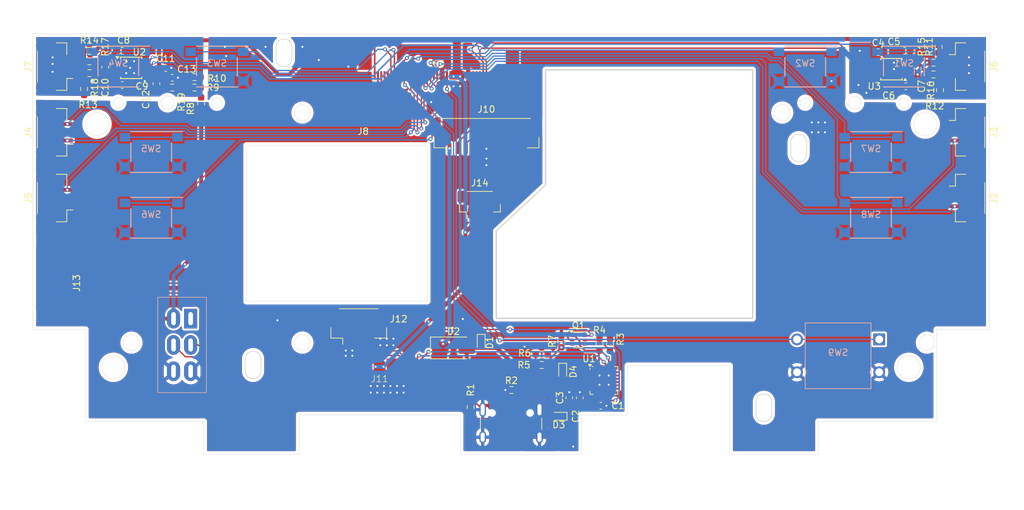
<source format=kicad_pcb>
(kicad_pcb (version 20240108) (generator "pcbnew") (generator_version "8.0")
  (layers (0 "F.Cu" signal) (31 "B.Cu" signal) (34 "B.Paste" user) (35 "F.Paste" user) (36 "B.SilkS" user "B.Silkscreen") (37 "F.SilkS" user "F.Silkscreen") (38 "B.Mask" user) (39 "F.Mask" user) (44 "Edge.Cuts" user))
  (net 0 "")
  (net 1 "+3.3V")
  (net 2 "GND")
  (net 3 "Net-(J1-CC1)")
  (net 5 "Net-(J1-CC2)")
  (net 6 "PPM_O")
  (net 7 "PPM_I")
  (net 9 "SDA")
  (net 10 "SCL")
  (net 11 "VBATT")
  (net 12 "VBUS")
  (net 13 "Net-(U3-AIN1)")
  (net 14 "CHARGING_LED")
  (net 15 "/KEY_UP")
  (net 16 "/TRIM_RUD_RIGHT")
  (net 17 "/TRIM_RUD_LEFT")
  (net 18 "~{RESET}")
  (net 19 "ELRS_LED")
  (net 20 "Net-(U3-AIN0)")
  (net 21 "/KEY_DOWN")
  (net 22 "4IN1_LED")
  (net 23 "/KEY_ENTER")
  (net 24 "PWR_SW_ON")
  (net 25 "CHG_DONE_LED")
  (net 26 "PPM_RX_LED")
  (net 27 "/TRIM_AIL_RIGHT")
  (net 28 "PWR_EN")
  (net 29 "/KEY_EXIT")
  (net 30 "/TRIM_AIL_LEFT")
  (net 32 "PPM_RX_5V")
  (net 35 "~{PWR_SW_DET}")
  (net 36 "/SWA")
  (net 37 "/SWB")
  (net 38 "/SWC_L")
  (net 39 "/SWC_H")
  (net 40 "/SWD")
  (net 41 "/TRIM_THR_HI")
  (net 42 "/TRIM_ELE_LO")
  (net 43 "/TRIM_THR_LO")
  (net 44 "/TRIM_ELE_HI")
  (net 45 "/KEY_MENU")
  (net 50 "+5V")
  (net 53 "RXD0")
  (net 54 "TXD0")
  (net 55 "/USB and ADC/USBD-")
  (net 56 "/USB and ADC/USBD+")
  (net 57 "Net-(U1-VDD)")
  (net 58 "Net-(Q1A-B1)")
  (net 59 "/USB and ADC/~{DTR}")
  (net 60 "Net-(Q1B-B2)")
  (net 61 "/USB and ADC/~{RTS}")
  (net 62 "Net-(U1-VBUS)")
  (net 76 "Net-(U2-AIN2)")
  (net 78 "Net-(U2-AIN0)")
  (net 81 "Net-(U2-AIN1)")
  (net 82 "/USB and ADC/V_USB")
  (net 83 "POTA_N")
  (net 86 "POTA_P")
  (net 87 "POTB_N")
  (net 89 "POTB_P")
  (net 90 "Net-(R8-Pad1)")
  (net 91 "Net-(R10-Pad2)")
  (net 92 "~{ESP32_BOOT}")
  (footprint "Package_TO_SOT_SMD:SOT-363_SC-70-6" (layer "F.Cu") (at 133 96.6)
    (property "Reference" "Q1")
    (property "Value" "MBT3904DW1")
  )
  (footprint "Package_DFN_QFN:QFN-24-1EP_4x4mm_P0.5mm_EP2.6x2.6mm" (layer "F.Cu") (at 136.8625 102.75)
    (property "Reference" "U1")
    (property "Value" "CP2102N-Axx-xQFN24")
  )
  (footprint "Resistor_SMD:R_0603_1608Metric_Pad0.98x0.95mm_HandSolder" (layer "F.Cu") (at 57.8 58.4 -90)
    (property "Reference" "R13")
    (property "Value" "1.2K")
  )
  (footprint "my_footprints:JST_ZH1.50mm_6_PIN_Vertical" (layer "F.Cu") (at 50.1625 89.45 90)
    (property "Reference" "J13")
    (property "Value" "TRAINER")
  )
  (footprint "my_footprints:FPC_40PIN_TOP" (layer "F.Cu") (at 111.75 55 180)
    (property "Reference" "J9")
    (property "Value" "KEYS_AND_LEDS")
  )
  (footprint "Capacitor_SMD:C_0603_1608Metric_Pad1.08x0.95mm_HandSolder" (layer "F.Cu") (at 63.6 57.8)
    (property "Reference" "C9")
    (property "Value" "0.1uF")
  )
  (footprint "Capacitor_SMD:C_0603_1608Metric_Pad1.08x0.95mm_HandSolder" (layer "F.Cu") (at 136.4 106.6)
    (property "Reference" "C1")
    (property "Value" "0.1uF")
  )
  (footprint "Resistor_SMD:R_0603_1608Metric_Pad0.98x0.95mm_HandSolder" (layer "F.Cu") (at 137.8 97.2875 90)
    (property "Reference" "R3")
    (property "Value" "10K")
  )
  (footprint "my_footprints:FPC_40PIN_TOP" (layer "F.Cu") (at 102.75 102)
    (property "Reference" "J11")
    (property "Value" "PWR_USB_PPM")
  )
  (footprint "Diode_SMD:D_SOD-523" (layer "F.Cu") (at 118.2 97 -90)
    (property "Reference" "D1")
    (property "Value" "LESD5D5.0CT1G")
  )
  (footprint "Connector_JST:JST_GH_BM03B-GHS-TBT_1x03-1MP_P1.25mm_Vertical" (layer "F.Cu") (at 53.3 75 90)
    (property "Reference" "J5")
    (property "Value" "SWD")
  )
  (footprint "Package_SO:TSSOP-10_3x3mm_P0.5mm" (layer "F.Cu") (at 180.6 55.4 180)
    (property "Reference" "U3")
    (property "Value" "ADS1015IDGS")
  )
  (footprint "Resistor_SMD:R_0603_1608Metric_Pad0.98x0.95mm_HandSolder" (layer "F.Cu") (at 74.6 56.6 180)
    (property "Reference" "R10")
    (property "Value" "100K")
  )
  (footprint "Resistor_SMD:R_0603_1608Metric_Pad0.98x0.95mm_HandSolder" (layer "F.Cu") (at 58.6 54.2 180)
    (property "Reference" "R17")
    (property "Value" "100")
  )
  (footprint "Resistor_SMD:R_0603_1608Metric_Pad0.98x0.95mm_HandSolder" (layer "F.Cu") (at 58.6 52.6 180)
    (property "Reference" "R14")
    (property "Value" "2.4K")
  )
  (footprint "Connector_JST:JST_GH_BM03B-GHS-TBT_1x03-1MP_P1.25mm_Vertical" (layer "F.Cu") (at 53.3 55 90)
    (property "Reference" "J7")
    (property "Value" "VRB")
  )
  (footprint "Capacitor_SMD:C_0603_1608Metric_Pad1.08x0.95mm_HandSolder" (layer "F.Cu") (at 182.8 58)
    (property "Reference" "C6")
    (property "Value" "0.1uF")
  )
  (footprint "Connector_JST:JST_SH_BM04B-SRSS-TB_1x04-1MP_P1.00mm_Vertical" (layer "F.Cu") (at 118 76)
    (property "Reference" "J14")
    (property "Value" "I2C_STEMMA")
  )
  (footprint "Resistor_SMD:R_0603_1608Metric_Pad0.98x0.95mm_HandSolder" (layer "F.Cu") (at 58.6 56 180)
    (property "Reference" "R18")
    (property "Value" "100")
  )
  (footprint "Resistor_SMD:R_0603_1608Metric_Pad0.98x0.95mm_HandSolder" (layer "F.Cu") (at 187 56.2)
    (property "Reference" "R16")
    (property "Value" "100")
  )
  (footprint "Resistor_SMD:R_0603_1608Metric_Pad0.98x0.95mm_HandSolder" (layer "F.Cu") (at 71.2 58.2)
    (property "Reference" "R19")
    (property "Value" "100")
  )
  (footprint "Resistor_SMD:R_0603_1608Metric_Pad0.98x0.95mm_HandSolder" (layer "F.Cu") (at 187 54.4)
    (property "Reference" "R15")
    (property "Value" "100")
  )
  (footprint "my_footprints:JST_ZH1.50mm_6_PIN_Vertical" (layer "F.Cu") (at 98.75 58.3625)
    (property "Reference" "J8")
    (property "Value" "TRIMS")
  )
  (footprint "Connector_JST:JST_GH_BM03B-GHS-TBT_1x03-1MP_P1.25mm_Vertical" (layer "F.Cu") (at 53.3 65 90)
    (property "Reference" "J4")
    (property "Value" "SWC")
  )
  (footprint "Resistor_SMD:R_0603_1608Metric_Pad0.98x0.95mm_HandSolder" (layer "F.Cu") (at 188 58.6 90)
    (property "Reference" "R12")
    (property "Value" "2.4K")
  )
  (footprint "Capacitor_SMD:C_0603_1608Metric_Pad1.08x0.95mm_HandSolder" (layer "F.Cu") (at 68.8 57.6 90)
    (property "Reference" "C12")
    (property "Value" "0.1uF")
  )
  (footprint "Package_SO:TSSOP-10_3x3mm_P0.5mm" (layer "F.Cu") (at 64.95 55.2)
    (property "Reference" "U2")
    (property "Value" "ADS1015IDGS")
  )
  (footprint "Resistor_SMD:R_0603_1608Metric_Pad0.98x0.95mm_HandSolder" (layer "F.Cu") (at 187.8 52 90)
    (property "Reference" "R11")
    (property "Value" "1.2K")
  )
  (footprint "Diode_SMD:D_SMA" (layer "F.Cu") (at 114 97.8)
    (property "Reference" "D2")
    (property "Value" "SS14")
  )
  (footprint "Capacitor_SMD:C_0603_1608Metric_Pad1.08x0.95mm_HandSolder" (layer "F.Cu") (at 61 55.1 -90)
    (property "Reference" "C10")
    (property "Value" "1uF")
  )
  (footprint "Resistor_SMD:R_0603_1608Metric_Pad0.98x0.95mm_HandSolder" (layer "F.Cu") (at 136.2 97.2875 90)
    (property "Reference" "R4")
    (property "Value" "10K")
  )
  (footprint "Capacitor_SMD:C_0603_1608Metric_Pad1.08x0.95mm_HandSolder" (layer "F.Cu") (at 184.6 55.3 90)
    (property "Reference" "C7")
    (property "Value" "1uF")
  )
  (footprint "Capacitor_SMD:C_0603_1608Metric_Pad1.08x0.95mm_HandSolder" (layer "F.Cu") (at 71.2 56.7)
    (property "Reference" "C13")
    (property "Value" "1uF")
  )
  (footprint "Resistor_SMD:R_0603_1608Metric_Pad0.98x0.95mm_HandSolder" (layer "F.Cu") (at 127.4 98.8)
    (property "Reference" "R6")
    (property "Value" "100K")
  )
  (footprint "Connector_JST:JST_GH_BM03B-GHS-TBT_1x03-1MP_P1.25mm_Vertical" (layer "F.Cu") (at 192.2 65 -90)
    (property "Reference" "J3")
    (property "Value" "SWB")
  )
  (footprint "Resistor_SMD:R_0603_1608Metric_Pad0.98x0.95mm_HandSolder" (layer "F.Cu") (at 122.8 104.2)
    (property "Reference" "R2")
    (property "Value" "5.1K")
  )
  (footprint "Connector_JST:JST_GH_BM03B-GHS-TBT_1x03-1MP_P1.25mm_Vertical" (layer "F.Cu") (at 192.2 55 -90)
    (property "Reference" "J6")
    (property "Value" "VRA")
  )
  (footprint "Diode_SMD:D_SOD-523" (layer "F.Cu") (at 130 108.2 180)
    (property "Reference" "D3")
    (property "Value" "LESD5D5.0CT1G")
  )
  (footprint "Capacitor_SMD:C_0603_1608Metric_Pad1.08x0.95mm_HandSolder" (layer "F.Cu") (at 182.6 52.6 180)
    (property "Reference" "C5")
    (property "Value" "0.1uF")
  )
  (footprint "Capacitor_SMD:C_0603_1608Metric_Pad1.08x0.95mm_HandSolder" (layer "F.Cu") (at 133.2 105.4 90)
    (property "Reference" "C2")
    (property "Value" "0.1uF")
  )
  (footprint "Capacitor_SMD:C_0603_1608Metric_Pad1.08x0.95mm_HandSolder" (layer "F.Cu") (at 178.6 52.8 180)
    (property "Reference" "C4")
    (property "Value" "0.1uF")
  )
  (footprint "Resistor_SMD:R_0603_1608Metric_Pad0.98x0.95mm_HandSolder" (layer "F.Cu") (at 74.6 58.2)
    (property "Reference" "R9")
    (property "Value" "100K")
  )
  (footprint "Resistor_SMD:R_0603_1608Metric_Pad0.98x0.95mm_HandSolder" (layer "F.Cu") (at 75.6 60.6 -90)
    (property "Reference" "R8")
    (property "Value" "20K")
  )
  (footprint "Diode_SMD:D_SOD-523" (layer "F.Cu") (at 130.6 101.4 -90)
    (property "Reference" "D4")
    (property "Value" "LESD5D5.0CT1G")
  )
  (footprint "my_footprints:my_USB_C_Receptacle_GCT_USB4105-xx-A_16P_TopMnt_Horizontal" (layer "F.Cu") (at 122.75 110.3)
    (property "Reference" "J1" (hide yes))
    (property "Value" "USB_C")
  )
  (footprint "Capacitor_SMD:C_0603_1608Metric_Pad1.08x0.95mm_HandSolder" (layer "F.Cu") (at 70.2 55.2)
    (property "Reference" "C11")
    (property "Value" "0.1uF")
  )
  (footprint "Connector_JST:JST_GH_BM03B-GHS-TBT_1x03-1MP_P1.25mm_Vertical" (layer "F.Cu") (at 192.2 75 -90)
    (property "Reference" "J2")
    (property "Value" "SWA")
  )
  (footprint "Connector_JST:JST_GH_BM04B-GHS-TBT_1x04-1MP_P1.25mm_Vertical" (layer "F.Cu") (at 99.575 94.45)
    (property "Reference" "J12")
    (property "Value" "PPM_MODULE")
  )
  (footprint "Resistor_SMD:R_0603_1608Metric_Pad0.98x0.95mm_HandSolder" (layer "F.Cu") (at 127.4 100.4)
    (property "Reference" "R5")
    (property "Value" "100K")
  )
  (footprint "Resistor_SMD:R_0603_1608Metric_Pad0.98x0.95mm_HandSolder" (layer "F.Cu") (at 130.4 96.8 -90)
    (property "Reference" "R7")
    (property "Value" "100K")
  )
  (footprint "Connector_JST:JST_GH_BM10B-GHS-TBT_1x10-1MP_P1.25mm_Vertical" (layer "F.Cu") (at 119 65.5)
    (property "Reference" "J10")
    (property "Value" "LEDs")
  )
  (footprint "Capacitor_SMD:C_0603_1608Metric_Pad1.08x0.95mm_HandSolder" (layer "F.Cu") (at 63.6 52.6 180)
    (property "Reference" "C8")
    (property "Value" "0.1uF")
  )
  (footprint "Resistor_SMD:R_0603_1608Metric_Pad0.98x0.95mm_HandSolder" (layer "F.Cu") (at 116.6 106.8 -90)
    (property "Reference" "R1")
    (property "Value" "5.1K")
  )
  (footprint "Capacitor_SMD:C_0603_1608Metric_Pad1.08x0.95mm_HandSolder" (layer "F.Cu") (at 131.6 105.4 90)
    (property "Reference" "C3")
    (property "Value" "1uF")
  )
  (footprint "my_footprints:SW_6.2mm" (layer "B.Cu") (at 167.5 55 180)
    (property "Reference" "SW2")
    (property "Value" "TRIM_RUD_RIGHT" (hide yes))
  )
  (footprint "my_footprints:SW_6.2mm" (layer "B.Cu") (at 78 55 180)
    (property "Reference" "SW3")
    (property "Value" "TRIM_AIL_LEFT" (hide yes))
  )
  (footprint "my_footprints:SW_SLIDE_DPDT_7mm" (layer "B.Cu") (at 72.7 97.35 -90)
    (property "Reference" "SW10" (hide yes))
    (property "Value" "SW_Slide_DPDT")
  )
  (footprint "my_footprints:SW_6.2mm" (layer "B.Cu") (at 177.5 78 180)
    (property "Reference" "SW8")
    (property "Value" "KEY_DOWN" (hide yes))
  )
  (footprint "my_footprints:SW_6.2mm" (layer "B.Cu") (at 182.5 55 180)
    (property "Reference" "SW1")
    (property "Value" "TRRIM_RUD_LEFT" (hide yes))
  )
  (footprint "my_footprints:SW_6.2mm" (layer "B.Cu") (at 68 78 180)
    (property "Reference" "SW6")
    (property "Value" "KEY_EXIT" (hide yes))
  )
  (footprint "my_footprints:SW_6.2mm" (layer "B.Cu") (at 63 55 180)
    (property "Reference" "SW4")
    (property "Value" "TRIM_AIL_RIGHT" (hide yes))
  )
  (footprint "my_footprints:SW_6.2mm" (layer "B.Cu") (at 177.5 68 180)
    (property "Reference" "SW7")
    (property "Value" "KEY_UP" (hide yes))
  )
  (footprint "my_footprints:SW_12mm" (layer "B.Cu") (at 172.5 99 180)
    (property "Reference" "SW9")
    (property "Value" "KEY_MENU" (hide yes))
  )
  (footprint "my_footprints:SW_6.2mm" (layer "B.Cu") (at 68 68 180)
    (property "Reference" "SW5")
    (property "Value" "KEY_ENTER" (hide yes))
  )
  (gr_line (start 140.5 100.5) (end 156 100.5) (stroke (width 0.05)) (layer "Edge.Cuts"))
  (gr_line (start 58 95) (end 50 95) (stroke (width 0.05)) (layer "Edge.Cuts"))
  (gr_line (start 187.5 95) (end 187.5 109) (stroke (width 0.05)) (layer "Edge.Cuts"))
  (gr_line (start 133.5 108) (end 140.5 108) (stroke (width 0.05)) (layer "Edge.Cuts"))
  (gr_circle (center 91 62) (end 89.8 62) (stroke (width 0.05)) (fill none) (layer "Edge.Cuts"))
  (gr_line (start 195.5 95) (end 187.5 95) (stroke (width 0.05)) (layer "Edge.Cuts"))
  (gr_line (start 76 114) (end 76 109) (stroke (width 0.05)) (layer "Edge.Cuts"))
  (gr_line (start 167.7 68.3) (end 167.7 66.5) (stroke (width 0.1)) (layer "Edge.Cuts"))
  (gr_circle (center 175 60.5) (end 174 60.5) (stroke (width 0.05)) (fill none) (layer "Edge.Cuts"))
  (gr_arc (start 84.7 101.3) (mid 83.5 102.5) (end 82.3 101.3) (stroke (width 0.1)) (layer "Edge.Cuts"))
  (gr_circle (center 62.25 100.75) (end 60.5 100.75) (stroke (width 0.05)) (fill none) (layer "Edge.Cuts"))
  (gr_poly (pts (xy 159.5 55.5) (xy 159.5 93.3) (xy 120.5 93.3) (xy 120.5 80) (xy 128 73) (xy 128 55.5)) (stroke (width 0.2)) (fill none) (layer "Edge.Cuts"))
  (gr_line (start 115 108) (end 90.5 108) (stroke (width 0.05)) (layer "Edge.Cuts"))
  (gr_arc (start 82.3 99.5) (mid 83.5 98.3) (end 84.7 99.5) (stroke (width 0.1)) (layer "Edge.Cuts"))
  (gr_line (start 162.4 107.8) (end 162.4 106) (stroke (width 0.1)) (layer "Edge.Cuts"))
  (gr_line (start 84.7 101.3) (end 84.7 99.5) (stroke (width 0.1)) (layer "Edge.Cuts"))
  (gr_circle (center 63 60.5) (end 62.25 60.5) (stroke (width 0.05)) (fill none) (layer "Edge.Cuts"))
  (gr_arc (start 162.4 107.8) (mid 161.2 109) (end 160 107.8) (stroke (width 0.1)) (layer "Edge.Cuts"))
  (gr_line (start 58 109) (end 76 109) (stroke (width 0.05)) (layer "Edge.Cuts"))
  (gr_circle (center 167.5 60.5) (end 166.75 60.5) (stroke (width 0.05)) (fill none) (layer "Edge.Cuts"))
  (gr_line (start 58 109) (end 58 95) (stroke (width 0.05)) (layer "Edge.Cuts"))
  (gr_arc (start 165.3 66.5) (mid 166.5 65.3) (end 167.7 66.5) (stroke (width 0.1)) (layer "Edge.Cuts"))
  (gr_circle (center 70.5 60.5) (end 69.5 60.5) (stroke (width 0.05)) (fill none) (layer "Edge.Cuts"))
  (gr_line (start 169.5 109) (end 187.5 109) (stroke (width 0.05)) (layer "Edge.Cuts"))
  (gr_circle (center 91 97) (end 89.8 97) (stroke (width 0.05)) (fill none) (layer "Edge.Cuts"))
  (gr_circle (center 182.5 60.5) (end 181.75 60.5) (stroke (width 0.05)) (fill none) (layer "Edge.Cuts"))
  (gr_circle (center 59.75 63.75) (end 58 63.75) (stroke (width 0.05)) (fill none) (layer "Edge.Cuts"))
  (gr_line (start 115 114) (end 115 108) (stroke (width 0.05)) (layer "Edge.Cuts"))
  (gr_line (start 156 114) (end 156 100.5) (stroke (width 0.05)) (layer "Edge.Cuts"))
  (gr_line (start 140.5 108) (end 140.5 100.5) (stroke (width 0.05)) (layer "Edge.Cuts"))
  (gr_circle (center 186 97) (end 184.8 97) (stroke (width 0.05)) (fill none) (layer "Edge.Cuts"))
  (gr_circle (center 65 97) (end 63.8 97) (stroke (width 0.05)) (fill none) (layer "Edge.Cuts"))
  (gr_line (start 169.5 114) (end 169.5 109) (stroke (width 0.05)) (layer "Edge.Cuts"))
  (gr_arc (start 87 52) (mid 88.2 50.8) (end 89.4 52) (stroke (width 0.1)) (layer "Edge.Cuts"))
  (gr_line (start 133.5 114) (end 133.5 108) (stroke (width 0.05)) (layer "Edge.Cuts"))
  (gr_circle (center 78 60.5) (end 77.25 60.5) (stroke (width 0.05)) (fill none) (layer "Edge.Cuts"))
  (gr_circle (center 183.25 100.75) (end 181.5 100.75) (stroke (width 0.05)) (fill none) (layer "Edge.Cuts"))
  (gr_line (start 156 114) (end 169.5 114) (stroke (width 0.05)) (layer "Edge.Cuts"))
  (gr_line (start 165.3 68.3) (end 165.3 66.5) (stroke (width 0.1)) (layer "Edge.Cuts"))
  (gr_line (start 90.5 114) (end 90.5 108) (stroke (width 0.05)) (layer "Edge.Cuts"))
  (gr_line (start 160 107.8) (end 160 106) (stroke (width 0.1)) (layer "Edge.Cuts"))
  (gr_line (start 89.4 53.8) (end 89.4 52) (stroke (width 0.1)) (layer "Edge.Cuts"))
  (gr_arc (start 160 106) (mid 161.2 104.8) (end 162.4 106) (stroke (width 0.1)) (layer "Edge.Cuts"))
  (gr_line (start 50 95) (end 50 50) (stroke (width 0.05)) (layer "Edge.Cuts"))
  (gr_line (start 87 53.8) (end 87 52) (stroke (width 0.1)) (layer "Edge.Cuts"))
  (gr_line (start 50 50) (end 195.5 50) (stroke (width 0.05)) (layer "Edge.Cuts"))
  (gr_rect (start 82.5 67) (end 110 90.7) (stroke (width 0.05)) (fill none) (layer "Edge.Cuts"))
  (gr_arc (start 89.4 53.8) (mid 88.2 55) (end 87 53.8) (stroke (width 0.1)) (layer "Edge.Cuts"))
  (gr_circle (center 164 62) (end 162.8 62) (stroke (width 0.05)) (fill none) (layer "Edge.Cuts"))
  (gr_arc (start 167.7 68.3) (mid 166.5 69.5) (end 165.3 68.3) (stroke (width 0.1)) (layer "Edge.Cuts"))
  (gr_line (start 115 114) (end 133.5 114) (stroke (width 0.05)) (layer "Edge.Cuts"))
  (gr_line (start 195.5 50) (end 195.5 95) (stroke (width 0.05)) (layer "Edge.Cuts"))
  (gr_line (start 76 114) (end 90.5 114) (stroke (width 0.05)) (layer "Edge.Cuts"))
  (gr_circle (center 185.75 63.75) (end 184 63.75) (stroke (width 0.05)) (fill none) (layer "Edge.Cuts"))
  (gr_line (start 82.3 101.3) (end 82.3 99.5) (stroke (width 0.1)) (layer "Edge.Cuts"))
  (segment (start 117.5 78.5) (end 115.8 80.2) (width 0.6) (layer "F.Cu") (net 1))
  (segment (start 69.2 51.8) (end 69.2 55.2) (width 0.6) (layer "F.Cu") (net 1))
  (segment (start 70 51) (end 61.1125 51) (width 0.6) (layer "F.Cu") (net 1))
  (segment (start 115.8 80.2) (end 115.8 88.2) (width 0.6) (layer "F.Cu") (net 1))
  (segment (start 187.5125 50.8) (end 187.8 51.0875) (width 0.6) (layer "F.Cu") (net 1))
  (segment (start 115.3 50.8) (end 179.6 50.8) (width 0.6) (layer "F.Cu") (net 1))
  (segment (start 94.2 51) (end 89 56.2) (width 0.6) (layer "F.Cu") (net 1))
  (segment (start 70 51) (end 69.2 51.8) (width 0.6) (layer "F.Cu") (net 1))
  (segment (start 182.75 56.4) (end 180.6 56.4) (width 0.2) (layer "F.Cu") (net 1))
  (segment (start 114.5 51.6) (end 115.3 50.8) (width 0.6) (layer "F.Cu") (net 1))
  (segment (start 179.6 50.8) (end 187.5125 50.8) (width 0.6) (layer "F.Cu") (net 1))
  (segment (start 113.9 51) (end 102 51) (width 0.6) (layer "F.Cu") (net 1))
  (segment (start 114.5 51.6) (end 113.9 51) (width 0.6) (layer "F.Cu") (net 1))
  (segment (start 102 56.34) (end 102 56) (width 0.2) (layer "F.Cu") (net 1))
  (segment (start 87.35 56.2) (end 82.15 51) (width 0.6) (layer "F.Cu") (net 1))
  (segment (start 61.1125 51) (end 59.5125 52.6) (width 0.6) (layer "F.Cu") (net 1))
  (segment (start 179.6 50.8) (end 179.6 55.4) (width 0.6) (layer "F.Cu") (net 1))
  (segment (start 114.5 51.6) (end 114.5 56.34) (width 1.2) (layer "F.Cu") (net 1))
  (segment (start 117.5 77.325) (end 117.5 78.5) (width 0.6) (layer "F.Cu") (net 1))
  (segment (start 102 56.34) (end 102 51) (width 0.25) (layer "F.Cu") (net 1))
  (segment (start 115.8 88.2) (end 110.2 93.8) (width 0.6) (layer "F.Cu") (net 1))
  (segment (start 178.45 55.4) (end 179.6 55.4) (width 0.25) (layer "F.Cu") (net 1))
  (segment (start 180.6 56.4) (end 179.6 55.4) (width 0.2) (layer "F.Cu") (net 1))
  (segment (start 82.15 51) (end 70 51) (width 0.6) (layer "F.Cu") (net 1))
  (segment (start 102 51) (end 94.2 51) (width 0.6) (layer "F.Cu") (net 1))
  (segment (start 89 56.2) (end 87.35 56.2) (width 0.6) (layer "F.Cu") (net 1))
  (segment (start 67.1 55.2) (end 69.2 55.2) (width 0.25) (layer "F.Cu") (net 1))
  (via (at 114 56.5) (size 0.6) (drill 0.3) (layers "F.Cu" "B.Cu") (net 1))
  (via (at 115.8 80.2) (size 0.6) (drill 0.3) (layers "F.Cu" "B.Cu") (net 1))
  (via (at 103.349998 100.66) (size 0.6) (drill 0.3) (layers "F.Cu" "B.Cu") (net 1))
  (via (at 102.150002 100.66) (size 0.6) (drill 0.3) (layers "F.Cu" "B.Cu") (net 1))
  (via (at 115 56.5) (size 0.6) (drill 0.3) (layers "F.Cu" "B.Cu") (net 1))
  (via (at 110.2 93.8) (size 0.6) (drill 0.3) (layers "F.Cu" "B.Cu") (net 1))
  (segment (start 103.349998 100.66) (end 103.349998 100.650002) (width 0.6) (layer "B.Cu") (net 1))
  (segment (start 103.349998 100.66) (end 102.150002 100.66) (width 0.6) (layer "B.Cu") (net 1))
  (segment (start 103.349998 100.650002) (end 110.2 93.8) (width 0.6) (layer "B.Cu") (net 1))
  (segment (start 115.8 57.668629) (end 114.631371 56.5) (width 0.6) (layer "B.Cu") (net 1))
  (segment (start 114.631371 56.5) (end 113.5 56.5) (width 0.6) (layer "B.Cu") (net 1))
  (segment (start 115.8 80.2) (end 115.8 57.668629) (width 0.6) (layer "B.Cu") (net 1))
  (segment (start 134.925 102) (end 136.1125 102) (width 0.25) (layer "F.Cu") (net 2))
  (segment (start 127.07 107.195) (end 127.07 105.67) (width 0.6) (layer "F.Cu") (net 2))
  (segment (start 136.1125 102) (end 136.8625 102.75) (width 0.25) (layer "F.Cu") (net 2))
  (segment (start 107.5 100.66) (end 107.5 98.1) (width 0.3) (layer "F.Cu") (net 2))
  (segment (start 107.5 100.66) (end 107.5 102.3) (width 0.3) (layer "F.Cu") (net 2))
  (segment (start 112.5 100.66) (end 112.5 102.3) (width 0.3) (layer "F.Cu") (net 2))
  (segment (start 127.07 111.375) (end 125.825 111.375) (width 0.3) (layer "F.Cu") (net 2))
  (segment (start 75.8 55) (end 77 55) (width 0.8) (layer "F.Cu") (net 2))
  (segment (start 125.95 106.55) (end 125.95 105.65) (width 0.6) (layer "F.Cu") (net 2))
  (segment (start 68.8 58.4625) (end 67.6625 58.4625) (width 0.6) (layer "F.Cu") (net 2))
  (segment (start 75.5125 56.6) (end 75.5125 55.5125) (width 0.25) (layer "F.Cu") (net 2))
  (segment (start 125.825 111.375) (end 125.8 111.4) (width 0.3) (layer "F.Cu") (net 2))
  (segment (start 107.5 98.1) (end 108 97.6) (width 0.3) (layer "F.Cu") (net 2))
  (segment (start 116.6 105.8875) (end 116.6 105) (width 0.25) (layer "F.Cu") (net 2))
  (segment (start 112.5 102.3) (end 112.4 102.4) (width 0.3) (layer "F.Cu") (net 2))
  (segment (start 116.6 105.8875) (end 117.1225 105.8875) (width 0.25) (layer "F.Cu") (net 2))
  (segment (start 117.1225 105.8875) (end 118.43 107.195) (width 0.25) (layer "F.Cu") (net 2))
  (segment (start 115.23 58) (end 115 58) (width 0.2) (layer "F.Cu") (net 2))
  (segment (start 116.5 56.73) (end 116.5 56.34) (width 0.2) (layer "F.Cu") (net 2))
  (via (at 53 54.6) (size 0.5) (drill 0.3) (layers "F.Cu" "B.Cu") (net 2))
  (via (at 105.4 103.6) (size 0.6) (drill 0.3) (layers "F.Cu" "B.Cu") (net 2))
  (via (at 77.6 57) (size 0.6) (drill 0.3) (layers "F.Cu" "B.Cu") (net 2))
  (via (at 97.6 98.2) (size 0.6) (drill 0.3) (layers "F.Cu" "B.Cu") (net 2))
  (via (at 104.85 97.4) (size 0.6) (drill 0.3) (layers "F.Cu" "B.Cu") (net 2))
  (via (at 79.2 52) (size 0.6) (drill 0.3) (layers "F.Cu" "B.Cu") (net 2))
  (via (at 168.5 65) (size 0.6) (drill 0.3) (layers "F.Cu" "B.Cu") (net 2))
  (via (at 103.85 96.4) (size 0.6) (drill 0.3) (layers "F.Cu" "B.Cu") (net 2))
  (via (at 175.8 52.6) (size 0.6) (drill 0.3) (layers "F.Cu" "B.Cu") (net 2))
  (via (at 93.5 54) (size 0.6) (drill 0.3) (layers "F.Cu" "B.Cu") (net 2))
  (via (at 119 69) (size 0.6) (drill 0.3) (layers "F.Cu" "B.Cu") (net 2))
  (via (at 137.6 103.4) (size 0.6) (drill 0.3) (layers "F.Cu" "B.Cu") (net 2))
  (via (at 59 57.2) (size 0.6) (drill 0.3) (layers "F.Cu" "B.Cu") (net 2))
  (via (at 121.8875 104.2) (size 0.6) (drill 0.3) (layers "F.Cu" "B.Cu") (net 2))
  (via (at 97.6 99) (size 0.6) (drill 0.3) (layers "F.Cu" "B.Cu") (net 2))
  (via (at 181 54.4) (size 0.6) (drill 0.3) (layers "F.Cu" "B.Cu") (net 2))
  (via (at 98 55) (size 0.6) (drill 0.3) (layers "F.Cu" "B.Cu") (net 2))
  (via (at 168.5 63.5) (size 0.6) (drill 0.3) (layers "F.Cu" "B.Cu") (net 2))
  (via (at 79.4 53.4) (size 0.6) (drill 0.3) (layers "F.Cu" "B.Cu") (net 2))
  (via (at 102.85 96.4) (size 0.6) (drill 0.3) (layers "F.Cu" "B.Cu") (net 2))
  (via (at 114 58) (size 0.6) (drill 0.3) (layers "F.Cu" "B.Cu") (net 2))
  (via (at 85.4 52) (size 0.6) (drill 0.3) (layers "F.Cu" "B.Cu") (net 2))
  (via (at 72.0625 56.7) (size 0.5) (drill 0.3) (layers "F.Cu" "B.Cu") (net 2))
  (via (at 58.6 51.2) (size 0.6) (drill 0.3) (layers "F.Cu" "B.Cu") (net 2))
  (via (at 102.85 97.4) (size 0.6) (drill 0.3) (layers "F.Cu" "B.Cu") (net 2))
  (via (at 65.4 56) (size 0.5) (drill 0.3) (layers "F.Cu" "B.Cu") (net 2))
  (via (at 64.8 55.2) (size 0.5) (drill 0.3) (layers "F.Cu" "B.Cu") (net 2))
  (via (at 133.2 104.5375) (size 0.6) (drill 0.3) (layers "F.Cu" "B.Cu") (net 2))
  (via (at 71.0625 55.2) (size 0.5) (drill 0.3) (layers "F.Cu" "B.Cu") (net 2))
  (via (at 103.85 97.4) (size 0.6) (drill 0.3) (layers "F.Cu" "B.Cu") (net 2))
  (via (at 119 67.5) (size 0.6) (drill 0.3) (layers "F.Cu" "B.Cu") (net 2))
  (via (at 53 55.8) (size 0.5) (drill 0.3) (layers "F.Cu" "B.Cu") (net 2))
  (via (at 192.4 54.8) (size 0.6) (drill 0.3) (layers "F.Cu" "B.Cu") (net 2))
  (via (at 137.2625 106.6) (size 0.6) (drill 0.3) (layers "F.Cu" "B.Cu") (net 2))
  (via (at 104.85 96.4) (size 0.6) (drill 0.3) (layers "F.Cu" "B.Cu") (net 2))
  (via (at 102.4 104.6) (size 0.6) (drill 0.3) (layers "F.Cu" "B.Cu") (net 2))
  (via (at 98.6 99) (size 0.6) (drill 0.3) (layers "F.Cu" "B.Cu") (net 2))
  (via (at 136.2 103.4) (size 0.6) (drill 0.3) (layers "F.Cu" "B.Cu") (net 2))
  (via (at 119 70) (size 0.6) (drill 0.3) (layers "F.Cu" "B.Cu") (net 2))
  (via (at 65.4 54.2) (size 0.5) (drill 0.3) (layers "F.Cu" "B.Cu") (net 2))
  (via (at 186.4 57.4) (size 0.6) (drill 0.3) (layers "F.Cu" "B.Cu") (net 2))
  (via (at 106.4 104.6) (size 0.6) (drill 0.3) (layers "F.Cu" "B.Cu") (net 2))
  (via (at 171.5 57.2) (size 0.6) (drill 0.3) (layers "F.Cu" "B.Cu") (net 2))
  (via (at 103.4 104.6) (size 0.6) (drill 0.3) (layers "F.Cu" "B.Cu") (net 2))
  (via (at 192.4 53.6) (size 0.6) (drill 0.3) (layers "F.Cu" "B.Cu") (net 2))
  (via (at 175.6 57.8) (size 0.6) (drill 0.3) (layers "F.Cu" "B.Cu") (net 2))
  (via (at 169.5 65) (size 0.6) (drill 0.3) (layers "F.Cu" "B.Cu") (net 2))
  (via (at 110.6 60.4) (size 0.6) (drill 0.3) (layers "F.Cu" "B.Cu") (net 2))
  (via (at 136.2 102) (size 0.6) (drill 0.3) (layers "F.Cu" "B.Cu") (net 2))
  (via (at 176.8 59) (size 0.6) (drill 0.3) (layers "F.Cu" "B.Cu") (net 2))
  (via (at 137.6 102) (size 0.6) (drill 0.3) (layers "F.Cu" "B.Cu") (net 2))
  (via (at 170.5 63.5) (size 0.6) (drill 0.3) (layers "F.Cu" "B.Cu") (net 2))
  (via (at 64.2 54.2) (size 0.5) (drill 0.3) (layers "F.Cu" "B.Cu") (net 2))
  (via (at 101.4 103.6) (size 0.6) (drill 0.3) (layers "F.Cu" "B.Cu") (net 2))
  (via (at 181 55.4) (size 0.6) (drill 0.3) (layers "F.Cu" "B.Cu") (net 2))
  (via (at 91 52) (size 0.6) (drill 0.3) (layers "F.Cu" "B.Cu") (net 2))
  (via (at 104.4 103.6) (size 0.6) (drill 0.3) (layers "F.Cu" "B.Cu") (net 2))
  (via (at 192.4 56) (size 0.6) (drill 0.3) (layers "F.Cu" "B.Cu") (net 2))
  (via (at 115 58) (size 0.6) (drill 0.3) (layers "F.Cu" "B.Cu") (net 2))
  (via (at 124.8 97.6) (size 0.6) (drill 0.3) (layers "F.Cu" "B.Cu") (net 2))
  (via (at 115.4 93.4) (size 0.6) (drill 0.3) (layers "F.Cu" "B.Cu") (net 2))
  (via (at 103.4 103.6) (size 0.6) (drill 0.3) (layers "F.Cu" "B.Cu") (net 2))
  (via (at 169.5 63.5) (size 0.6) (drill 0.3) (layers "F.Cu" "B.Cu") (net 2))
  (via (at 101.4 104.6) (size 0.6) (drill 0.3) (layers "F.Cu" "B.Cu") (net 2))
  (via (at 87.2 93.6) (size 0.6) (drill 0.3) (layers "F.Cu" "B.Cu") (net 2))
  (via (at 102.4 103.6) (size 0.6) (drill 0.3) (layers "F.Cu" "B.Cu") (net 2))
  (via (at 106.4 103.6) (size 0.6) (drill 0.3) (layers "F.Cu" "B.Cu") (net 2))
  (via (at 67 57.2) (size 0.5) (drill 0.3) (layers "F.Cu" "B.Cu") (net 2))
  (via (at 64.2 56) (size 0.5) (drill 0.3) (layers "F.Cu" "B.Cu") (net 2))
  (via (at 53 53.6) (size 0.5) (drill 0.3) (layers "F.Cu" "B.Cu") (net 2))
  (via (at 105.4 104.6) (size 0.6) (drill 0.3) (layers "F.Cu" "B.Cu") (net 2))
  (via (at 98.6 98.2) (size 0.6) (drill 0.3) (layers "F.Cu" "B.Cu") (net 2))
  (via (at 104.4 104.6) (size 0.6) (drill 0.3) (layers "F.Cu" "B.Cu") (net 2))
  (via (at 170.5 65) (size 0.6) (drill 0.3) (layers "F.Cu" "B.Cu") (net 2))
  (via (at 131.6 104.5375) (size 0.6) (drill 0.3) (layers "F.Cu" "B.Cu") (net 2))
  (via (at 132.2 112.8) (size 0.6) (drill 0.3) (layers "F.Cu" "B.Cu") (net 2))
  (segment (start 174.8 54) (end 173.4 52.6) (width 0.8) (layer "B.Cu") (net 2))
  (segment (start 120.286264 108.545) (end 117.4325 108.545) (width 0.2) (layer "F.Cu") (net 3))
  (segment (start 117.4325 108.545) (end 116.6 107.7125) (width 0.2) (layer "F.Cu") (net 3))
  (segment (start 121.5 106.62) (end 121.5 107.331264) (width 0.2) (layer "F.Cu") (net 3))
  (segment (start 121.5 107.331264) (end 120.286264 108.545) (width 0.2) (layer "F.Cu") (net 3))
  (segment (start 124.5 104.9875) (end 123.7125 104.2) (width 0.2) (layer "F.Cu") (net 5))
  (segment (start 124.5 106.62) (end 124.5 104.9875) (width 0.2) (layer "F.Cu") (net 5))
  (segment (start 100.2 95.2) (end 96.3 91.3) (width 0.2) (layer "F.Cu") (net 6))
  (segment (start 77.5 91.3) (end 74.15 87.95) (width 0.2) (layer "F.Cu") (net 6))
  (segment (start 107 100.66) (end 107 99.704314) (width 0.2) (layer "F.Cu") (net 6))
  (segment (start 100.2 96.4) (end 100.2 95.2) (width 0.2) (layer "F.Cu") (net 6))
  (segment (start 107 99.704314) (end 105.547843 98.252157) (width 0.2) (layer "F.Cu") (net 6))
  (segment (start 105.547843 98.252157) (end 101.811605 98.252157) (width 0.2) (layer "F.Cu") (net 6))
  (segment (start 101.811605 98.252157) (end 100.2 96.640552) (width 0.2) (layer "F.Cu") (net 6))
  (segment (start 96.3 91.3) (end 77.5 91.3) (width 0.2) (layer "F.Cu") (net 6))
  (segment (start 74.15 87.95) (end 53.5125 87.95) (width 0.2) (layer "F.Cu") (net 6))
  (segment (start 100.2 96.640552) (end 100.2 96.4) (width 0.2) (layer "F.Cu") (net 6))
  (segment (start 98.95 96.4) (end 98.95 95.550001) (width 0.2) (layer "F.Cu") (net 7))
  (segment (start 106.5 99.77) (end 105.665 98.935) (width 0.2) (layer "F.Cu") (net 7))
  (segment (start 98.95 97.249999) (end 98.95 96.4) (width 0.2) (layer "F.Cu") (net 7))
  (segment (start 98.95 95.550001) (end 98.349999 94.95) (width 0.2) (layer "F.Cu") (net 7))
  (segment (start 73.05 89.45) (end 53.5125 89.45) (width 0.2) (layer "F.Cu") (net 7))
  (segment (start 100.635001 98.935) (end 98.95 97.249999) (width 0.2) (layer "F.Cu") (net 7))
  (segment (start 106.5 100.66) (end 106.5 99.77) (width 0.2) (layer "F.Cu") (net 7))
  (segment (start 105.665 98.935) (end 100.635001 98.935) (width 0.2) (layer "F.Cu") (net 7))
  (segment (start 78.55 94.95) (end 73.05 89.45) (width 0.2) (layer "F.Cu") (net 7))
  (segment (start 98.349999 94.95) (end 78.55 94.95) (width 0.2) (layer "F.Cu") (net 7))
  (segment (start 117.725 73.225) (end 118.5 74) (width 0.2) (layer "F.Cu") (net 9))
  (segment (start 118.5 56.34) (end 118.5 65.7) (width 0.2) (layer "F.Cu") (net 9))
  (segment (start 68.1 54.7) (end 68.4 54.4) (width 0.25) (layer "F.Cu") (net 9))
  (segment (start 118.5 54.3) (end 118.5 56.34) (width 0.2) (layer "F.Cu") (net 9))
  (segment (start 116.6 52.4) (end 118.5 54.3) (width 0.2) (layer "F.Cu") (net 9))
  (segment (start 118.5 65.7) (end 117.725 66.475) (width 0.2) (layer "F.Cu") (net 9))
  (segment (start 117.6 51.4) (end 172.565686 51.4) (width 0.2) (layer "F.Cu") (net 9))
  (segment (start 177.065686 55.9) (end 178.45 55.9) (width 0.2) (layer "F.Cu") (net 9))
  (segment (start 172.565686 51.4) (end 177.065686 55.9) (width 0.2) (layer "F.Cu") (net 9))
  (segment (start 67.1 54.7) (end 68.1 54.7) (width 0.25) (layer "F.Cu") (net 9))
  (segment (start 118.5 74) (end 118.5 77.325) (width 0.2) (layer "F.Cu") (net 9))
  (segment (start 117.725 66.475) (end 117.725 73.225) (width 0.2) (layer "F.Cu") (net 9))
  (segment (start 116.6 52.4) (end 117.6 51.4) (width 0.2) (layer "F.Cu") (net 9))
  (via (at 68.4 54.4) (size 0.5) (drill 0.3) (layers "F.Cu" "B.Cu") (net 9))
  (via (at 116.6 52.4) (size 0.6) (drill 0.3) (layers "F.Cu" "B.Cu") (net 9))
  (segment (start 107.317586 52.4) (end 102.842586 56.875) (width 0.25) (layer "B.Cu") (net 9))
  (segment (start 116.6 52.4) (end 107.317586 52.4) (width 0.25) (layer "B.Cu") (net 9))
  (segment (start 86.037563 56.875) (end 84.437563 55.275) (width 0.25) (layer "B.Cu") (net 9))
  (segment (start 102.842586 56.875) (end 86.037563 56.875) (width 0.25) (layer "B.Cu") (net 9))
  (segment (start 84.437563 55.275) (end 72.275 55.275) (width 0.25) (layer "B.Cu") (net 9))
  (segment (start 72.275 55.275) (end 71.4 54.4) (width 0.25) (layer "B.Cu") (net 9))
  (segment (start 71.4 54.4) (end 68.4 54.4) (width 0.25) (layer "B.Cu") (net 9))
  (segment (start 119 56.34) (end 119 65.2) (width 0.2) (layer "F.Cu") (net 10))
  (segment (start 119 65.2) (end 120.275 66.475) (width 0.2) (layer "F.Cu") (net 10))
  (segment (start 119.5 73.907628) (end 119.5 77.325) (width 0.2) (layer "F.Cu") (net 10))
  (segment (start 67.603741 54.2) (end 67.1 54.2) (width 0.25) (layer "F.Cu") (net 10))
  (segment (start 118 52.2) (end 172.8 52.2) (width 0.2) (layer "F.Cu") (net 10))
  (segment (start 120.275 66.475) (end 120.275 73.132628) (width 0.2) (layer "F.Cu") (net 10))
  (segment (start 119 54.234314) (end 118 53.234314) (width 0.2) (layer "F.Cu") (net 10))
  (segment (start 120.275 73.132628) (end 119.5 73.907628) (width 0.2) (layer "F.Cu") (net 10))
  (segment (start 68.202494 53.601247) (end 67.603741 54.2) (width 0.25) (layer "F.Cu") (net 10))
  (segment (start 177 56.4) (end 178.45 56.4) (width 0.2) (layer "F.Cu") (net 10))
  (segment (start 119 56.34) (end 119 54.234314) (width 0.2) (layer "F.Cu") (net 10))
  (segment (start 118 53.234314) (end 118 52.2) (width 0.2) (layer "F.Cu") (net 10))
  (segment (start 172.8 52.2) (end 177 56.4) (width 0.2) (layer "F.Cu") (net 10))
  (via (at 118 52.2) (size 0.6) (drill 0.3) (layers "F.Cu" "B.Cu") (net 10))
  (via (at 68.202494 53.601247) (size 0.5) (drill 0.3) (layers "F.Cu" "B.Cu") (net 10))
  (segment (start 84.623959 54.825) (end 72.62396 54.825) (width 0.25) (layer "B.Cu") (net 10))
  (segment (start 118 52.2) (end 117.575 51.775) (width 0.25) (layer "B.Cu") (net 10))
  (segment (start 72.62396 54.825) (end 71.400207 53.601247) (width 0.25) (layer "B.Cu") (net 10))
  (segment (start 86.223959 56.425) (end 84.623959 54.825) (width 0.25) (layer "B.Cu") (net 10))
  (segment (start 71.400207 53.601247) (end 68.202494 53.601247) (width 0.25) (layer "B.Cu") (net 10))
  (segment (start 117.575 51.775) (end 106.425 51.775) (width 0.25) (layer "B.Cu") (net 10))
  (segment (start 101.775 56.425) (end 86.223959 56.425) (width 0.25) (layer "B.Cu") (net 10))
  (segment (start 106.425 51.775) (end 101.775 56.425) (width 0.25) (layer "B.Cu") (net 10))
  (segment (start 100 100.66) (end 100 101.8) (width 0.3) (layer "F.Cu") (net 11))
  (segment (start 69.85 93.35) (end 68.4 94.8) (width 0.6) (layer "F.Cu") (net 11))
  (segment (start 68.4 94.8) (end 68.4 103.6) (width 0.6) (layer "F.Cu") (net 11))
  (segment (start 75.6 82.6) (end 73.1125 85.0875) (width 0.6) (layer "F.Cu") (net 11))
  (segment (start 71.4 106.6) (end 95.2 106.6) (width 0.6) (layer "F.Cu") (net 11))
  (segment (start 95.2 106.6) (end 100 101.8) (width 0.6) (layer "F.Cu") (net 11))
  (segment (start 68.4 103.6) (end 71.4 106.6) (width 0.6) (layer "F.Cu") (net 11))
  (segment (start 71.4 93.35) (end 69.85 93.35) (width 0.6) (layer "F.Cu") (net 11))
  (segment (start 75.6 61.5125) (end 75.6 82.6) (width 0.6) (layer "F.Cu") (net 11))
  (via (at 73.1125 85.0875) (size 0.6) (drill 0.3) (layers "F.Cu" "B.Cu") (net 11))
  (segment (start 71.4 86.8) (end 71.4 93.35) (width 0.6) (layer "B.Cu") (net 11))
  (segment (start 73.1125 85.0875) (end 71.4 86.8) (width 0.6) (layer "B.Cu") (net 11))
  (via (at 113.375 67.45) (size 0.6) (drill 0.3) (layers "F.Cu" "B.Cu") (net 12))
  (via (at 112.4 97.175) (size 0.6) (drill 0.3) (layers "F.Cu" "B.Cu") (net 12))
  (segment (start 112.4 97.175) (end 113.375 96.2) (width 0.6) (layer "B.Cu") (net 12))
  (segment (start 113.375 96.2) (end 113.375 67.45) (width 0.6) (layer "B.Cu") (net 12))
  (segment (start 186.0875 55.937064) (end 184.6 54.449564) (width 0.6) (layer "F.Cu") (net 13))
  (segment (start 184.6 54.449564) (end 184.6 54.4375) (width 0.6) (layer "F.Cu") (net 13))
  (segment (start 182.95 54.4) (end 184.5625 54.4) (width 0.25) (layer "F.Cu") (net 13))
  (segment (start 183.4625 52.6) (end 183.4625 53.3) (width 0.6) (layer "F.Cu") (net 13))
  (segment (start 184.5625 54.4) (end 184.6 54.4375) (width 0.25) (layer "F.Cu") (net 13))
  (segment (start 186.0875 56.2) (end 186.0875 55.937064) (width 0.6) (layer "F.Cu") (net 13))
  (segment (start 183.4625 53.3) (end 184.6 54.4375) (width 0.6) (layer "F.Cu") (net 13))
  (segment (start 120.5 63.7) (end 120.5 56.34) (width 0.2) (layer "F.Cu") (net 14))
  (segment (start 123.375 67.45) (end 123.375 66.575) (width 0.2) (layer "F.Cu") (net 14))
  (segment (start 123.375 66.575) (end 120.5 63.7) (width 0.2) (layer "F.Cu") (net 14))
  (segment (start 111 54.934313) (end 111 56.34) (width 0.2) (layer "F.Cu") (net 15))
  (segment (start 110.5 54.434313) (end 111 54.934313) (width 0.2) (layer "F.Cu") (net 15))
  (via (at 110.5 54.434313) (size 0.6) (drill 0.3) (layers "F.Cu" "B.Cu") (net 15))
  (segment (start 173.5 65.75) (end 181.5 65.75) (width 0.2) (layer "B.Cu") (net 15))
  (segment (start 119.914215 53) (end 161.7 53) (width 0.2) (layer "B.Cu") (net 15))
  (segment (start 163.7 53.7) (end 173.5 63.5) (width 0.2) (layer "B.Cu") (net 15))
  (segment (start 161.7 53) (end 162.4 53.7) (width 0.2) (layer "B.Cu") (net 15))
  (segment (start 111.034313 53.9) (end 119.014215 53.9) (width 0.2) (layer "B.Cu") (net 15))
  (segment (start 173.5 63.5) (end 173.5 65.75) (width 0.2) (layer "B.Cu") (net 15))
  (segment (start 119.014215 53.9) (end 119.914215 53) (width 0.2) (layer "B.Cu") (net 15))
  (segment (start 162.4 53.7) (end 163.7 53.7) (width 0.2) (layer "B.Cu") (net 15))
  (segment (start 110.5 54.434313) (end 111.034313 53.9) (width 0.2) (layer "B.Cu") (net 15))
  (segment (start 106 55.45) (end 106 56.34) (width 0.2) (layer "F.Cu") (net 16))
  (segment (start 108.6 53.8) (end 107.65 53.8) (width 0.2) (layer "F.Cu") (net 16))
  (segment (start 107.65 53.8) (end 106 55.45) (width 0.2) (layer "F.Cu") (net 16))
  (via (at 108.6 53.8) (size 0.6) (drill 0.3) (layers "F.Cu" "B.Cu") (net 16))
  (segment (start 163.25 52.5) (end 163.5 52.75) (width 0.2) (layer "B.Cu") (net 16))
  (segment (start 118.848529 53.5) (end 119.848529 52.5) (width 0.2) (layer "B.Cu") (net 16))
  (segment (start 119.848529 52.5) (end 163.25 52.5) (width 0.2) (layer "B.Cu") (net 16))
  (segment (start 108.9 53.5) (end 118.848529 53.5) (width 0.2) (layer "B.Cu") (net 16))
  (segment (start 163.5 52.75) (end 171.5 52.75) (width 0.2) (layer "B.Cu") (net 16))
  (segment (start 108.6 53.8) (end 108.9 53.5) (width 0.2) (layer "B.Cu") (net 16))
  (segment (start 105.5 55.10147) (end 105.5 56.34) (width 0.2) (layer "F.Cu") (net 17))
  (segment (start 106.900735 53.700735) (end 105.5 55.10147) (width 0.2) (layer "F.Cu") (net 17))
  (via (at 106.900735 53.700735) (size 0.6) (drill 0.3) (layers "F.Cu" "B.Cu") (net 17))
  (segment (start 177.35 51.6) (end 178.5 52.75) (width 0.2) (layer "B.Cu") (net 17))
  (segment (start 120.182843 51.6) (end 177.35 51.6) (width 0.2) (layer "B.Cu") (net 17))
  (segment (start 107.60147 53) (end 118.782843 53) (width 0.2) (layer "B.Cu") (net 17))
  (segment (start 118.782843 53) (end 120.182843 51.6) (width 0.2) (layer "B.Cu") (net 17))
  (segment (start 106.900735 53.700735) (end 107.60147 53) (width 0.2) (layer "B.Cu") (net 17))
  (segment (start 178.5 52.75) (end 186.5 52.75) (width 0.2) (layer "B.Cu") (net 17))
  (segment (start 106.5 56.34) (end 106.5 57.7) (width 0.2) (layer "F.Cu") (net 18))
  (segment (start 121.026471 96.675) (end 130.616722 96.675) (width 0.2) (layer "F.Cu") (net 18))
  (segment (start 121.025368 96.673897) (end 121.026471 96.675) (width 0.2) (layer "F.Cu") (net 18))
  (segment (start 130.616722 96.675) (end 131.191722 97.25) (width 0.2) (layer "F.Cu") (net 18))
  (segment (start 131.191722 97.25) (end 132.05 97.25) (width 0.2) (layer "F.Cu") (net 18))
  (segment (start 106.5 57.7) (end 106.6 57.8) (width 0.2) (layer "F.Cu") (net 18))
  (via (at 106.6 57.8) (size 0.6) (drill 0.3) (layers "F.Cu" "B.Cu") (net 18))
  (via (at 121.025368 96.673897) (size 0.6) (drill 0.3) (layers "F.Cu" "B.Cu") (net 18))
  (segment (start 121.025368 96.673897) (end 121.025367 96.673897) (width 0.2) (layer "B.Cu") (net 18))
  (segment (start 121.025367 96.673897) (end 114 89.64853) (width 0.2) (layer "B.Cu") (net 18))
  (segment (start 114 89.64853) (end 114 65.2) (width 0.2) (layer "B.Cu") (net 18))
  (segment (start 114 65.2) (end 106.6 57.8) (width 0.2) (layer "B.Cu") (net 18))
  (segment (start 117 56.34) (end 117 64.2) (width 0.2) (layer "F.Cu") (net 19))
  (segment (start 114.625 66.575) (end 114.625 67.45) (width 0.2) (layer "F.Cu") (net 19))
  (segment (start 117 64.2) (end 114.625 66.575) (width 0.2) (layer "F.Cu") (net 19))
  (segment (start 183.6625 58) (end 183.6625 57.1) (width 0.6) (layer "F.Cu") (net 20))
  (segment (start 184.6 55.925) (end 184.6 56.1625) (width 0.25) (layer "F.Cu") (net 20))
  (segment (start 183.6625 57.1) (end 184.6 56.1625) (width 0.6) (layer "F.Cu") (net 20))
  (segment (start 183.575 54.9) (end 184.6 55.925) (width 0.25) (layer "F.Cu") (net 20))
  (segment (start 182.75 54.9) (end 183.575 54.9) (width 0.25) (layer "F.Cu") (net 20))
  (via (at 184.6 56.2) (size 0.6) (drill 0.3) (layers "F.Cu" "B.Cu") (net 20))
  (via (at 186 54.4) (size 0.6) (drill 0.3) (layers "F.Cu" "B.Cu") (net 20))
  (segment (start 184.6 55.8) (end 186 54.4) (width 0.6) (layer "B.Cu") (net 20))
  (segment (start 184.6 56.2) (end 184.6 55.8) (width 0.6) (layer "B.Cu") (net 20))
  (segment (start 111.5 55.1) (end 111.5 56.34) (width 0.2) (layer "F.Cu") (net 21))
  (segment (start 112 54.6) (end 111.5 55.1) (width 0.2) (layer "F.Cu") (net 21))
  (via (at 112 54.6) (size 0.6) (drill 0.3) (layers "F.Cu" "B.Cu") (net 21))
  (segment (start 118.879901 54.6) (end 120.079901 53.4) (width 0.2) (layer "B.Cu") (net 21))
  (segment (start 120.079901 53.4) (end 161.534314 53.4) (width 0.2) (layer "B.Cu") (net 21))
  (segment (start 162.234314 54.1) (end 163.5 54.1) (width 0.2) (layer "B.Cu") (net 21))
  (segment (start 161.534314 53.4) (end 162.234314 54.1) (width 0.2) (layer "B.Cu") (net 21))
  (segment (start 173.5 75.75) (end 181.5 75.75) (width 0.2) (layer "B.Cu") (net 21))
  (segment (start 172.4 63) (end 172.4 74.65) (width 0.2) (layer "B.Cu") (net 21))
  (segment (start 163.5 54.1) (end 172.4 63) (width 0.2) (layer "B.Cu") (net 21))
  (segment (start 112 54.6) (end 118.879901 54.6) (width 0.2) (layer "B.Cu") (net 21))
  (segment (start 172.4 74.65) (end 173.5 75.75) (width 0.2) (layer "B.Cu") (net 21))
  (segment (start 115.875 66.725) (end 115.875 67.45) (width 0.2) (layer "F.Cu") (net 22))
  (segment (start 117.5 65.1) (end 115.875 66.725) (width 0.2) (layer "F.Cu") (net 22))
  (segment (start 117.5 56.34) (end 117.5 65.1) (width 0.2) (layer "F.Cu") (net 22))
  (segment (start 107.5 65) (end 108 64.5) (width 0.2) (layer "F.Cu") (net 23))
  (segment (start 107.5 58.604502) (end 107.5 56.34) (width 0.2) (layer "F.Cu") (net 23))
  (segment (start 108 64.5) (end 108 59.104502) (width 0.2) (layer "F.Cu") (net 23))
  (segment (start 108 59.104502) (end 107.5 58.604502) (width 0.2) (layer "F.Cu") (net 23))
  (via (at 107.5 65) (size 0.6) (drill 0.3) (layers "F.Cu" "B.Cu") (net 23))
  (segment (start 107.5 65) (end 106.75 65.75) (width 0.2) (layer "B.Cu") (net 23))
  (segment (start 106.75 65.75) (end 72 65.75) (width 0.2) (layer "B.Cu") (net 23))
  (segment (start 64 65.75) (end 72 65.75) (width 0.2) (layer "B.Cu") (net 23))
  (segment (start 82.434314 105.2) (end 76.384314 99.15) (width 0.2) (layer "F.Cu") (net 24))
  (segment (start 97.5 100.66) (end 97.5 101.615686) (width 0.2) (layer "F.Cu") (net 24))
  (segment (start 93.915686 105.2) (end 82.434314 105.2) (width 0.2) (layer "F.Cu") (net 24))
  (segment (start 76.384314 99.15) (end 73.2 99.15) (width 0.2) (layer "F.Cu") (net 24))
  (segment (start 97.5 101.615686) (end 93.915686 105.2) (width 0.2) (layer "F.Cu") (net 24))
  (segment (start 73.2 99.15) (end 71.4 97.35) (width 0.2) (layer "F.Cu") (net 24))
  (segment (start 120 64.4) (end 120 56.34) (width 0.2) (layer "F.Cu") (net 25))
  (segment (start 122.125 66.525) (end 120 64.4) (width 0.2) (layer "F.Cu") (net 25))
  (segment (start 122.125 67.45) (end 122.125 66.525) (width 0.2) (layer "F.Cu") (net 25))
  (segment (start 120.875 66.509314) (end 119.5 65.134314) (width 0.2) (layer "F.Cu") (net 26))
  (segment (start 120.875 67.45) (end 120.875 66.509314) (width 0.2) (layer "F.Cu") (net 26))
  (segment (start 119.5 65.134314) (end 119.5 56.34) (width 0.2) (layer "F.Cu") (net 26))
  (segment (start 105 52.6) (end 105 56.34) (width 0.2) (layer "F.Cu") (net 27))
  (segment (start 104.858058 52.458058) (end 105 52.6) (width 0.2) (layer "F.Cu") (net 27))
  (via (at 104.858058 52.458058) (size 0.6) (drill 0.3) (layers "F.Cu" "B.Cu") (net 27))
  (segment (start 71.15 52.75) (end 67 52.75) (width 0.2) (layer "B.Cu") (net 27))
  (segment (start 84.8 54.4) (end 72.8 54.4) (width 0.2) (layer "B.Cu") (net 27))
  (segment (start 59 52.75) (end 67 52.75) (width 0.2) (layer "B.Cu") (net 27))
  (segment (start 104.341942 52.458058) (end 100.8 56) (width 0.2) (layer "B.Cu") (net 27))
  (segment (start 72.8 54.4) (end 71.15 52.75) (width 0.2) (layer "B.Cu") (net 27))
  (segment (start 100.8 56) (end 86.4 56) (width 0.2) (layer "B.Cu") (net 27))
  (segment (start 86.4 56) (end 84.8 54.4) (width 0.2) (layer "B.Cu") (net 27))
  (segment (start 104.858058 52.458058) (end 104.341942 52.458058) (width 0.2) (layer "B.Cu") (net 27))
  (segment (start 117.125 67.45) (end 117.125 66.475) (width 0.2) (layer "F.Cu") (net 28))
  (segment (start 117.125 66.475) (end 118 65.6) (width 0.2) (layer "F.Cu") (net 28))
  (segment (start 118 65.6) (end 118 56.34) (width 0.2) (layer "F.Cu") (net 28))
  (segment (start 110.5 57.23) (end 110.5 56.34) (width 0.2) (layer "F.Cu") (net 29))
  (segment (start 111.5 61.940256) (end 111.5 58.23) (width 0.2) (layer "F.Cu") (net 29))
  (segment (start 110.725 62.715256) (end 111.5 61.940256) (width 0.2) (layer "F.Cu") (net 29))
  (segment (start 110.5 66) (end 110.725 65.775) (width 0.2) (layer "F.Cu") (net 29))
  (segment (start 110.725 65.775) (end 110.725 62.715256) (width 0.2) (layer "F.Cu") (net 29))
  (segment (start 111.5 58.23) (end 110.5 57.23) (width 0.2) (layer "F.Cu") (net 29))
  (via (at 110.5 66) (size 0.6) (drill 0.3) (layers "F.Cu" "B.Cu") (net 29))
  (segment (start 64 75.75) (end 72 75.75) (width 0.2) (layer "B.Cu") (net 29))
  (segment (start 110.35 66.15) (end 81.6 66.15) (width 0.2) (layer "B.Cu") (net 29))
  (segment (start 110.5 66) (end 110.35 66.15) (width 0.2) (layer "B.Cu") (net 29))
  (segment (start 81.6 66.15) (end 72 75.75) (width 0.2) (layer "B.Cu") (net 29))
  (segment (start 104.458058 53.258058) (end 104.458058 55.408057) (width 0.2) (layer "F.Cu") (net 30))
  (segment (start 104.458058 55.408057) (end 104.5 55.449999) (width 0.2) (layer "F.Cu") (net 30))
  (segment (start 104.5 55.449999) (end 104.5 56.34) (width 0.2) (layer "F.Cu") (net 30))
  (segment (start 103.575735 52.375735) (end 104.458058 53.258058) (width 0.2) (layer "F.Cu") (net 30))
  (via (at 103.575735 52.375735) (size 0.6) (drill 0.3) (layers "F.Cu" "B.Cu") (net 30))
  (segment (start 99.250002 55.6) (end 87 55.6) (width 0.2) (layer "B.Cu") (net 30))
  (segment (start 84.15 52.75) (end 82 52.75) (width 0.2) (layer "B.Cu") (net 30))
  (segment (start 74 52.75) (end 82 52.75) (width 0.2) (layer "B.Cu") (net 30))
  (segment (start 102.474267 52.375735) (end 99.250002 55.6) (width 0.2) (layer "B.Cu") (net 30))
  (segment (start 103.575735 52.375735) (end 102.474267 52.375735) (width 0.2) (layer "B.Cu") (net 30))
  (segment (start 87 55.6) (end 84.15 52.75) (width 0.2) (layer "B.Cu") (net 30))
  (segment (start 82.6 104.8) (end 75.15 97.35) (width 0.2) (layer "F.Cu") (net 35))
  (segment (start 93.75 104.8) (end 82.6 104.8) (width 0.2) (layer "F.Cu") (net 35))
  (segment (start 97 101.55) (end 93.75 104.8) (width 0.2) (layer "F.Cu") (net 35))
  (segment (start 75.15 97.35) (end 74 97.35) (width 0.2) (layer "F.Cu") (net 35))
  (segment (start 97 100.66) (end 97 101.55) (width 0.2) (layer "F.Cu") (net 35))
  (segment (start 110.644808 58.355192) (end 110.644807 58.355192) (width 0.2) (layer "F.Cu") (net 36))
  (segment (start 110.644807 58.355192) (end 110 57.710385) (width 0.2) (layer "F.Cu") (net 36))
  (segment (start 110 57.710385) (end 110 56.34) (width 0.2) (layer "F.Cu") (net 36))
  (via (at 110.644808 58.355192) (size 0.6) (drill 0.3) (layers "F.Cu" "B.Cu") (net 36))
  (via (at 190.25 76.25) (size 0.6) (drill 0.3) (layers "F.Cu" "B.Cu") (net 36))
  (segment (start 110.644808 57.920878) (end 113.165686 55.4) (width 0.2) (layer "B.Cu") (net 36))
  (segment (start 189.4 77.1) (end 190.25 76.25) (width 0.2) (layer "B.Cu") (net 36))
  (segment (start 160.2 54.2) (end 161 55) (width 0.2) (layer "B.Cu") (net 36))
  (segment (start 119.211273 55.4) (end 120.411273 54.2) (width 0.2) (layer "B.Cu") (net 36))
  (segment (start 161 55) (end 161 71.065686) (width 0.2) (layer "B.Cu") (net 36))
  (segment (start 167.034314 77.1) (end 189.4 77.1) (width 0.2) (layer "B.Cu") (net 36))
  (segment (start 161 71.065686) (end 167.034314 77.1) (width 0.2) (layer "B.Cu") (net 36))
  (segment (start 113.165686 55.4) (end 119.211273 55.4) (width 0.2) (layer "B.Cu") (net 36))
  (segment (start 110.644808 58.355192) (end 110.644808 57.920878) (width 0.2) (layer "B.Cu") (net 36))
  (segment (start 120.411273 54.2) (end 160.2 54.2) (width 0.2) (layer "B.Cu") (net 36))
  (segment (start 109.720543 58.279457) (end 109.5 58.058914) (width 0.2) (layer "F.Cu") (net 37))
  (segment (start 109.5 58.058914) (end 109.5 56.34) (width 0.2) (layer "F.Cu") (net 37))
  (via (at 109.720543 58.279457) (size 0.6) (drill 0.3) (layers "F.Cu" "B.Cu") (net 37))
  (via (at 190.25 66.25) (size 0.6) (drill 0.3) (layers "F.Cu" "B.Cu") (net 37))
  (segment (start 160.8 53.8) (end 120.245587 53.8) (width 0.2) (layer "B.Cu") (net 37))
  (segment (start 161.5 71) (end 161.5 54.5) (width 0.2) (layer "B.Cu") (net 37))
  (segment (start 120.245587 53.8) (end 119.045587 55) (width 0.2) (layer "B.Cu") (net 37))
  (segment (start 167.2 76.7) (end 161.5 71) (width 0.2) (layer "B.Cu") (net 37))
  (segment (start 190 66.5) (end 190 70) (width 0.2) (layer "B.Cu") (net 37))
  (segment (start 113 55) (end 109.720543 58.279457) (width 0.2) (layer "B.Cu") (net 37))
  (segment (start 190.25 66.25) (end 190 66.5) (width 0.2) (layer "B.Cu") (net 37))
  (segment (start 190 70) (end 183.3 76.7) (width 0.2) (layer "B.Cu") (net 37))
  (segment (start 183.3 76.7) (end 167.2 76.7) (width 0.2) (layer "B.Cu") (net 37))
  (segment (start 161.5 54.5) (end 160.8 53.8) (width 0.2) (layer "B.Cu") (net 37))
  (segment (start 119.045587 55) (end 113 55) (width 0.2) (layer "B.Cu") (net 37))
  (segment (start 108.5 58.47313) (end 108.5 56.34) (width 0.2) (layer "F.Cu") (net 38))
  (segment (start 109.1 59.07313) (end 108.5 58.47313) (width 0.2) (layer "F.Cu") (net 38))
  (segment (start 109.1 64.434313) (end 109.1 59.07313) (width 0.2) (layer "F.Cu") (net 38))
  (via (at 55.25 66.25) (size 0.6) (drill 0.3) (layers "F.Cu" "B.Cu") (net 38))
  (via (at 109.1 64.434313) (size 0.6) (drill 0.3) (layers "F.Cu" "B.Cu") (net 38))
  (segment (start 73.815686 64.95) (end 73.265686 64.4) (width 0.2) (layer "B.Cu") (net 38))
  (segment (start 108.782842 64.434313) (end 108.348529 64) (width 0.2) (layer "B.Cu") (net 38))
  (segment (start 107.085785 64) (end 106.135785 64.95) (width 0.2) (layer "B.Cu") (net 38))
  (segment (start 60.75 66.25) (end 55.25 66.25) (width 0.2) (layer "B.Cu") (net 38))
  (segment (start 106.135785 64.95) (end 73.815686 64.95) (width 0.2) (layer "B.Cu") (net 38))
  (segment (start 109.1 64.434313) (end 108.782842 64.434313) (width 0.2) (layer "B.Cu") (net 38))
  (segment (start 108.348529 64) (end 107.085785 64) (width 0.2) (layer "B.Cu") (net 38))
  (segment (start 62.6 64.4) (end 60.75 66.25) (width 0.2) (layer "B.Cu") (net 38))
  (segment (start 73.265686 64.4) (end 62.6 64.4) (width 0.2) (layer "B.Cu") (net 38))
  (segment (start 109.7 63.5) (end 109.5 63.3) (width 0.2) (layer "F.Cu") (net 39))
  (segment (start 109.5 58.907444) (end 109 58.407444) (width 0.2) (layer "F.Cu") (net 39))
  (segment (start 109.5 63.3) (end 109.5 58.907444) (width 0.2) (layer "F.Cu") (net 39))
  (segment (start 109 58.407444) (end 109 56.34) (width 0.2) (layer "F.Cu") (net 39))
  (via (at 55.25 63.75) (size 0.6) (drill 0.3) (layers "F.Cu" "B.Cu") (net 39))
  (via (at 109.7 63.5) (size 0.6) (drill 0.3) (layers "F.Cu" "B.Cu") (net 39))
  (segment (start 63.4 64) (end 60.8 61.4) (width 0.2) (layer "B.Cu") (net 39))
  (segment (start 73.431372 64) (end 63.4 64) (width 0.2) (layer "B.Cu") (net 39))
  (segment (start 57.6 61.4) (end 55.25 63.75) (width 0.2) (layer "B.Cu") (net 39))
  (segment (start 109.7 63.5) (end 107.020099 63.5) (width 0.2) (layer "B.Cu") (net 39))
  (segment (start 105.970099 64.55) (end 73.981372 64.55) (width 0.2) (layer "B.Cu") (net 39))
  (segment (start 60.8 61.4) (end 57.6 61.4) (width 0.2) (layer "B.Cu") (net 39))
  (segment (start 107.020099 63.5) (end 105.970099 64.55) (width 0.2) (layer "B.Cu") (net 39))
  (segment (start 73.981372 64.55) (end 73.431372 64) (width 0.2) (layer "B.Cu") (net 39))
  (segment (start 108 58.538816) (end 108 56.34) (width 0.2) (layer "F.Cu") (net 40))
  (segment (start 108.5 65) (end 108.5 59.038816) (width 0.2) (layer "F.Cu") (net 40))
  (segment (start 108.5 59.038816) (end 108 58.538816) (width 0.2) (layer "F.Cu") (net 40))
  (via (at 55.25 73.75) (size 0.6) (drill 0.3) (layers "F.Cu" "B.Cu") (net 40))
  (via (at 108.5 65) (size 0.6) (drill 0.3) (layers "F.Cu" "B.Cu") (net 40))
  (segment (start 107.9 64.4) (end 107.251471 64.4) (width 0.2) (layer "B.Cu") (net 40))
  (segment (start 73.1 64.8) (end 62.9 64.8) (width 0.2) (layer "B.Cu") (net 40))
  (segment (start 108.5 65) (end 107.9 64.4) (width 0.2) (layer "B.Cu") (net 40))
  (segment (start 55.25 72.45) (end 55.25 73.75) (width 0.2) (layer "B.Cu") (net 40))
  (segment (start 107.251471 64.4) (end 106.301471 65.35) (width 0.2) (layer "B.Cu") (net 40))
  (segment (start 62.9 64.8) (end 55.25 72.45) (width 0.2) (layer "B.Cu") (net 40))
  (segment (start 73.65 65.35) (end 73.1 64.8) (width 0.2) (layer "B.Cu") (net 40))
  (segment (start 106.301471 65.35) (end 73.65 65.35) (width 0.2) (layer "B.Cu") (net 40))
  (segment (start 103 57.295686) (end 100.25 60.045686) (width 0.2) (layer "F.Cu") (net 41))
  (segment (start 100.25 60.045686) (end 100.25 61.7125) (width 0.2) (layer "F.Cu") (net 41))
  (segment (start 103 56.34) (end 103 57.295686) (width 0.2) (layer "F.Cu") (net 41))
  (segment (start 104 59) (end 104 56.34) (width 0.2) (layer "F.Cu") (net 42))
  (segment (start 104.75 59.75) (end 104 59) (width 0.2) (layer "F.Cu") (net 42))
  (segment (start 104.75 61.7125) (end 104.75 59.75) (width 0.2) (layer "F.Cu") (net 42))
  (segment (start 99.1125 58) (end 97.25 59.8625) (width 0.2) (layer "F.Cu") (net 43))
  (segment (start 102.5 57.23) (end 101.73 58) (width 0.2) (layer "F.Cu") (net 43))
  (segment (start 97.25 59.8625) (end 97.25 61.7125) (width 0.2) (layer "F.Cu") (net 43))
  (segment (start 102.5 56.34) (end 102.5 57.23) (width 0.2) (layer "F.Cu") (net 43))
  (segment (start 101.73 58) (end 99.1125 58) (width 0.2) (layer "F.Cu") (net 43))
  (segment (start 103.5 56.34) (end 103.5 57.949926) (width 0.2) (layer "F.Cu") (net 44))
  (segment (start 103.5 57.949926) (end 101.75 59.699926) (width 0.2) (layer "F.Cu") (net 44))
  (segment (start 101.75 59.699926) (end 101.75 61.7125) (width 0.2) (layer "F.Cu") (net 44))
  (segment (start 113 56.34) (end 113 58.4) (width 0.2) (layer "F.Cu") (net 45))
  (via (at 113 58.4) (size 0.6) (drill 0.3) (layers "F.Cu" "B.Cu") (net 45))
  (segment (start 113 58.6) (end 114.4 60) (width 0.2) (layer "B.Cu") (net 45))
  (segment (start 166.25 96.5) (end 178.75 96.5) (width 0.2) (layer "B.Cu") (net 45))
  (segment (start 113 58.4) (end 113 58.6) (width 0.2) (layer "B.Cu") (net 45))
  (segment (start 114.4 60) (end 114.4 89.2) (width 0.2) (layer "B.Cu") (net 45))
  (segment (start 121.7 96.5) (end 166.25 96.5) (width 0.2) (layer "B.Cu") (net 45))
  (segment (start 114.4 89.2) (end 121.7 96.5) (width 0.2) (layer "B.Cu") (net 45))
  (segment (start 108.745558 98.945558) (end 108.5 99.191116) (width 0.25) (layer "F.Cu") (net 53))
  (segment (start 108.5 99.191116) (end 108.5 100.66) (width 0.25) (layer "F.Cu") (net 53))
  (segment (start 136.831862 99.921496) (end 137.1125 100.202134) (width 0.25) (layer "F.Cu") (net 53))
  (segment (start 137.1125 100.202134) (end 137.1125 100.8125) (width 0.25) (layer "F.Cu") (net 53))
  (via (at 136.831862 99.921496) (size 0.6) (drill 0.3) (layers "F.Cu" "B.Cu") (net 53))
  (via (at 108.745558 98.945558) (size 0.6) (drill 0.3) (layers "F.Cu" "B.Cu") (net 53))
  (segment (start 135.910366 99) (end 136.831862 99.921496) (width 0.25) (layer "B.Cu") (net 53))
  (segment (start 108.745558 98.945558) (end 108.8 99) (width 0.25) (layer "B.Cu") (net 53))
  (segment (start 108.8 99) (end 135.910366 99) (width 0.25) (layer "B.Cu") (net 53))
  (segment (start 137.6125 99.425) (end 137.6125 100.8125) (width 0.25) (layer "F.Cu") (net 54))
  (segment (start 109 99.575) (end 110.2 98.375) (width 0.25) (layer "F.Cu") (net 54))
  (segment (start 109 100.66) (end 109 99.575) (width 0.25) (layer "F.Cu") (net 54))
  (segment (start 137.4875 99.3) (end 137.6125 99.425) (width 0.25) (layer "F.Cu") (net 54))
  (via (at 137.4875 99.3) (size 0.6) (drill 0.3) (layers "F.Cu" "B.Cu") (net 54))
  (via (at 110.2 98.375) (size 0.6) (drill 0.3) (layers "F.Cu" "B.Cu") (net 54))
  (segment (start 110.2 98.375) (end 110.225 98.4) (width 0.25) (layer "B.Cu") (net 54))
  (segment (start 136.6 98.4) (end 137.2 99) (width 0.25) (layer "B.Cu") (net 54))
  (segment (start 137.2 99.0125) (end 137.4875 99.3) (width 0.25) (layer "B.Cu") (net 54))
  (segment (start 110.225 98.4) (end 136.6 98.4) (width 0.25) (layer "B.Cu") (net 54))
  (segment (start 137.2 99) (end 137.2 99.0125) (width 0.25) (layer "B.Cu") (net 54))
  (segment (start 122.2 107.6) (end 122 107.4) (width 0.2) (layer "F.Cu") (net 55))
  (segment (start 129.2475 108.380771) (end 129.2475 104.585362) (width 0.77) (layer "F.Cu") (net 55))
  (segment (start 133.866031 103) (end 133.651281 103.21475) (width 0.2) (layer "F.Cu") (net 55))
  (segment (start 124.0475 109.8475) (end 127.780771 109.8475) (width 0.77) (layer "F.Cu") (net 55))
  (segment (start 129.2475 104.585362) (end 130.618112 103.21475) (width 0.77) (layer "F.Cu") (net 55))
  (segment (start 123 107.22741) (end 122.62741 107.6) (width 0.2) (layer "F.Cu") (net 55))
  (segment (start 122.62741 107.6) (end 122.2 107.6) (width 0.2) (layer "F.Cu") (net 55))
  (segment (start 122 107.8) (end 124.0475 109.8475) (width 0.77) (layer "F.Cu") (net 55))
  (segment (start 122 106.62) (end 122 107.8) (width 0.3) (layer "F.Cu") (net 55))
  (segment (start 134.925 103) (end 133.866031 103) (width 0.25) (layer "F.Cu") (net 55))
  (segment (start 122 107.4) (end 122 106.62) (width 0.2) (layer "F.Cu") (net 55))
  (segment (start 127.780771 109.8475) (end 129.2475 108.380771) (width 0.77) (layer "F.Cu") (net 55))
  (segment (start 123 106.62) (end 123 107.22741) (width 0.2) (layer "F.Cu") (net 55))
  (segment (start 130.618112 103.21475) (end 133.651281 103.21475) (width 0.77) (layer "F.Cu") (net 55))
  (segment (start 129.724289 102.84285) (end 130.247388 102.31975) (width 0.77) (layer "F.Cu") (net 56))
  (segment (start 122.76759 105.745) (end 123.23241 105.745) (width 0.2) (layer "F.Cu") (net 56))
  (segment (start 128.3525 108.010047) (end 128.3525 104.214638) (width 0.77) (layer "F.Cu") (net 56))
  (segment (start 123.5 106.01259) (end 123.5 106.62) (width 0.2) (layer "F.Cu") (net 56))
  (segment (start 122.5 106.62) (end 122.5 106.01259) (width 0.2) (layer "F.Cu") (net 56))
  (segment (start 123.5 107.8) (end 123.649025 107.949025) (width 0.77) (layer "F.Cu") (net 56))
  (segment (start 134.925 102.5) (end 133.831531 102.5) (width 0.25) (layer "F.Cu") (net 56))
  (segment (start 124.6525 108.9525) (end 127.410047 108.9525) (width 0.77) (layer "F.Cu") (net 56))
  (segment (start 123.5 106.62) (end 123.5 107.8) (width 0.3) (layer "F.Cu") (net 56))
  (segment (start 132.625388 101.894766) (end 132.625388 101.93175) (width 0.77) (layer "F.Cu") (net 56))
  (segment (start 132.043388 101.506766) (end 132.237388 101.506766) (width 0.77) (layer "F.Cu") (net 56))
  (segment (start 129.01228 102.953913) (end 129.038397 102.98003) (width 0.77) (layer "F.Cu") (net 56))
  (segment (start 133.013388 102.31975) (end 133.207388 102.31975) (width 0.77) (layer "F.Cu") (net 56))
  (segment (start 123.649025 107.949025) (end 124.6525 108.9525) (width 0.77) (layer "F.Cu") (net 56))
  (segment (start 128.3525 103.665924) (end 128.326384 103.639808) (width 0.77) (layer "F.Cu") (net 56))
  (segment (start 133.207388 102.31975) (end 133.651281 102.31975) (width 0.77) (layer "F.Cu") (net 56))
  (segment (start 127.410047 108.9525) (end 128.3525 108.010047) (width 0.77) (layer "F.Cu") (net 56))
  (segment (start 130.247388 102.31975) (end 131.267388 102.31975) (width 0.77) (layer "F.Cu") (net 56))
  (segment (start 128.326385 103.091092) (end 128.463564 102.953914) (width 0.77) (layer "F.Cu") (net 56))
  (segment (start 133.831531 102.5) (end 133.651281 102.31975) (width 0.2) (layer "F.Cu") (net 56))
  (segment (start 123.23241 105.745) (end 123.5 106.01259) (width 0.2) (layer "F.Cu") (net 56))
  (segment (start 122.5 106.01259) (end 122.76759 105.745) (width 0.2) (layer "F.Cu") (net 56))
  (segment (start 129.587111 102.980031) (end 129.724289 102.84285) (width 0.77) (layer "F.Cu") (net 56))
  (segment (start 131.655388 101.93175) (end 131.655388 101.894766) (width 0.77) (layer "F.Cu") (net 56))
  (arc (start 128.463564 102.953914) (mid 128.737923 102.84027) (end 129.01228 102.953913) (width 0.77) (layer "F.Cu") (net 56))
  (arc (start 129.038397 102.98003) (mid 129.312754 103.093673) (end 129.587111 102.980031) (width 0.77) (layer "F.Cu") (net 56))
  (arc (start 131.655388 101.894766) (mid 131.769031 101.620409) (end 132.043388 101.506766) (width 0.77) (layer "F.Cu") (net 56))
  (arc (start 132.237388 101.506766) (mid 132.511745 101.620409) (end 132.625388 101.894766) (width 0.77) (layer "F.Cu") (net 56))
  (arc (start 132.625388 101.93175) (mid 132.739031 102.206107) (end 133.013388 102.31975) (width 0.77) (layer "F.Cu") (net 56))
  (arc (start 131.267388 102.31975) (mid 131.541745 102.206107) (end 131.655388 101.93175) (width 0.77) (layer "F.Cu") (net 56))
  (arc (start 128.3525 104.214638) (mid 128.466143 103.94028) (end 128.3525 103.665924) (width 0.77) (layer "F.Cu") (net 56))
  (arc (start 128.326384 103.639808) (mid 128.212742 103.36545) (end 128.326385 103.091092) (width 0.77) (layer "F.Cu") (net 56))
  (segment (start 134.925 104.7375) (end 133.4625 106.2) (width 0.2) (layer "F.Cu") (net 57))
  (segment (start 133.4625 106.2) (end 132.0625 106.2) (width 0.2) (layer "F.Cu") (net 57))
  (segment (start 134.925 103.5) (end 134.925 103.9375) (width 0.25) (layer "F.Cu") (net 57))
  (segment (start 134.925 104) (end 134.925 104.7375) (width 0.2) (layer "F.Cu") (net 57))
  (segment (start 131.4 96.274999) (end 131.725001 96.6) (width 0.25) (layer "F.Cu") (net 58))
  (segment (start 131.4 95.6) (end 131.4 96.274999) (width 0.25) (layer "F.Cu") (net 58))
  (segment (start 137.8 96.375) (end 136.6 95.175) (width 0.25) (layer "F.Cu") (net 58))
  (segment (start 131.725001 96.6) (end 132.05 96.6) (width 0.25) (layer "F.Cu") (net 58))
  (segment (start 136.6 95.175) (end 131.825 95.175) (width 0.25) (layer "F.Cu") (net 58))
  (segment (start 131.825 95.175) (end 131.4 95.6) (width 0.25) (layer "F.Cu") (net 58))
  (segment (start 136.1125 98.2875) (end 136.1125 100.8125) (width 0.25) (layer "F.Cu") (net 59))
  (segment (start 133.2 96.775001) (end 133.2 97.428812) (width 0.25) (layer "F.Cu") (net 59))
  (segment (start 136.2 98.2) (end 136.1125 98.2875) (width 0.25) (layer "F.Cu") (net 59))
  (segment (start 133.2 97.428812) (end 133.971188 98.2) (width 0.25) (layer "F.Cu") (net 59))
  (segment (start 132.05 95.95) (end 132.374999 95.95) (width 0.25) (layer "F.Cu") (net 59))
  (segment (start 132.374999 95.95) (end 133.2 96.775001) (width 0.25) (layer "F.Cu") (net 59))
  (segment (start 133.971188 98.2) (end 136.2 98.2) (width 0.25) (layer "F.Cu") (net 59))
  (segment (start 136.1125 98.8) (end 136.1125 98.8) (width 0.25) (layer "F.Cu") (net 59))
  (segment (start 135.975 96.6) (end 136.2 96.375) (width 0.25) (layer "F.Cu") (net 60))
  (segment (start 133.95 96.6) (end 135.975 96.6) (width 0.25) (layer "F.Cu") (net 60))
  (segment (start 136.85 97.25) (end 137.8 98.2) (width 0.25) (layer "F.Cu") (net 61))
  (segment (start 133.95 97.25) (end 136.85 97.25) (width 0.25) (layer "F.Cu") (net 61))
  (segment (start 138.1125 98.5125) (end 137.8 98.2) (width 0.25) (layer "F.Cu") (net 61))
  (segment (start 138.1125 100.8125) (end 138.1125 98.5125) (width 0.25) (layer "F.Cu") (net 61))
  (segment (start 128.4 100.3125) (end 128.3125 100.4) (width 0.25) (layer "F.Cu") (net 62))
  (segment (start 130.4 97.7125) (end 128.4 99.7125) (width 0.25) (layer "F.Cu") (net 62))
  (segment (start 138.6 105.8) (end 136.76276 105.8) (width 0.25) (layer "F.Cu") (net 62))
  (segment (start 136.1125 105.14974) (end 136.1125 104.6875) (width 0.25) (layer "F.Cu") (net 62))
  (segment (start 128.4 99.7125) (end 128.4 100.3125) (width 0.25) (layer "F.Cu") (net 62))
  (segment (start 136.76276 105.8) (end 136.1125 105.14974) (width 0.25) (layer "F.Cu") (net 62))
  (via (at 138.6 105.8) (size 0.6) (drill 0.3) (layers "F.Cu" "B.Cu") (net 62))
  (via (at 130.4 97.7125) (size 0.6) (drill 0.3) (layers "F.Cu" "B.Cu") (net 62))
  (segment (start 139.2 98.6) (end 139.2 105.2) (width 0.25) (layer "B.Cu") (net 62))
  (segment (start 130.4875 97.8) (end 138.4 97.8) (width 0.25) (layer "B.Cu") (net 62))
  (segment (start 139.2 105.2) (end 138.6 105.8) (width 0.25) (layer "B.Cu") (net 62))
  (segment (start 138.4 97.8) (end 139.2 98.6) (width 0.25) (layer "B.Cu") (net 62))
  (segment (start 130.4 97.7125) (end 130.4875 97.8) (width 0.25) (layer "B.Cu") (net 62))
  (segment (start 70.3375 56.7) (end 68.8375 56.7) (width 0.6) (layer "F.Cu") (net 76))
  (segment (start 68.2625 56.2) (end 68.8 56.7375) (width 0.25) (layer "F.Cu") (net 76))
  (segment (start 70.2875 58.2) (end 70.2875 56.75) (width 0.6) (layer "F.Cu") (net 76))
  (segment (start 68.8375 56.7) (end 68.8 56.7375) (width 0.6) (layer "F.Cu") (net 76))
  (segment (start 67.1 56.2) (end 68.2625 56.2) (width 0.25) (layer "F.Cu") (net 76))
  (segment (start 70.2875 56.75) (end 70.3375 56.7) (width 0.6) (layer "F.Cu") (net 76))
  (segment (start 60.9625 54.2) (end 61 54.2375) (width 0.6) (layer "F.Cu") (net 78))
  (segment (start 62.8 55.7) (end 62.1 55.7) (width 0.25) (layer "F.Cu") (net 78))
  (segment (start 61 54.2375) (end 61.1 54.2375) (width 0.6) (layer "F.Cu") (net 78))
  (segment (start 62.1 55.7) (end 61 54.6) (width 0.25) (layer "F.Cu") (net 78))
  (segment (start 59.5125 54.2) (end 60.9625 54.2) (width 0.6) (layer "F.Cu") (net 78))
  (segment (start 61 54.6) (end 61 54.2375) (width 0.25) (layer "F.Cu") (net 78))
  (segment (start 61.1 54.2375) (end 62.7375 52.6) (width 0.6) (layer "F.Cu") (net 78))
  (segment (start 62.8 56.2) (end 61.2375 56.2) (width 0.25) (layer "F.Cu") (net 81))
  (segment (start 61 56.0625) (end 62.7375 57.8) (width 0.6) (layer "F.Cu") (net 81))
  (segment (start 61.2375 56.2) (end 61 55.9625) (width 0.25) (layer "F.Cu") (net 81))
  (segment (start 59.5125 56) (end 60.9625 56) (width 0.6) (layer "F.Cu") (net 81))
  (segment (start 61 55.9625) (end 61 56.0625) (width 0.6) (layer "F.Cu") (net 81))
  (segment (start 60.9625 56) (end 61 55.9625) (width 0.6) (layer "F.Cu") (net 81))
  (segment (start 135.6125 104.6875) (end 135.6125 105.3875) (width 0.25) (layer "F.Cu") (net 82))
  (segment (start 125.15 102.35) (end 120.6 97.8) (width 0.6) (layer "F.Cu") (net 82))
  (segment (start 132.6 107.8) (end 132.6 110.2) (width 0.25) (layer "F.Cu") (net 82))
  (segment (start 115.8 108.202076) (end 115.8 100.6) (width 0.25) (layer "F.Cu") (net 82))
  (segment (start 135.6125 104.6875) (end 135.6125 106.525) (width 0.25) (layer "F.Cu") (net 82))
  (segment (start 116.567924 108.97) (end 115.8 108.202076) (width 0.25) (layer "F.Cu") (net 82))
  (segment (start 120.6 97.8) (end 116 97.8) (width 0.6) (layer "F.Cu") (net 82))
  (segment (start 116 101) (end 116 97.8) (width 0.6) (layer "F.Cu") (net 82))
  (segment (start 125.15 106.62) (end 125.15 102.35) (width 0.6) (layer "F.Cu") (net 82))
  (segment (start 120.35 106.62) (end 120.35 105.35) (width 0.6) (layer "F.Cu") (net 82))
  (segment (start 120.35 105.35) (end 116 101) (width 0.6) (layer "F.Cu") (net 82))
  (segment (start 125.15 102.35) (end 125.15 101.7375) (width 0.25) (layer "F.Cu") (net 82))
  (segment (start 132.6 110.2) (end 129.425 113.375) (width 0.25) (layer "F.Cu") (net 82))
  (segment (start 133.2 107.2) (end 132.6 107.8) (width 0.25) (layer "F.Cu") (net 82))
  (segment (start 125.15 101.7375) (end 126.4875 100.4) (width 0.25) (layer "F.Cu") (net 82))
  (segment (start 120.462305 108.97) (end 116.567924 108.97) (width 0.25) (layer "F.Cu") (net 82))
  (segment (start 135.6125 105.3875) (end 133.8 107.2) (width 0.25) (layer "F.Cu") (net 82))
  (segment (start 129.425 113.375) (end 124.867305 113.375) (width 0.25) (layer "F.Cu") (net 82))
  (segment (start 126.4875 100.4) (end 126.4875 98.8) (width 0.25) (layer "F.Cu") (net 82))
  (segment (start 133.8 107.2) (end 133.2 107.2) (width 0.25) (layer "F.Cu") (net 82))
  (segment (start 135.6125 106.525) (end 135.5375 106.6) (width 0.25) (layer "F.Cu") (net 82))
  (segment (start 124.867305 113.375) (end 120.462305 108.97) (width 0.25) (layer "F.Cu") (net 82))
  (segment (start 188 57.6875) (end 188 56.2875) (width 0.6) (layer "F.Cu") (net 83))
  (segment (start 188 56.2875) (end 187.9125 56.2) (width 0.6) (layer "F.Cu") (net 83))
  (segment (start 187.9125 56.2) (end 190.2 56.2) (width 0.6) (layer "F.Cu") (net 83))
  (segment (start 190.2 56.2) (end 190.25 56.25) (width 0.6) (layer "F.Cu") (net 83))
  (segment (start 187.8 54.2875) (end 187.9125 54.4) (width 0.6) (layer "F.Cu") (net 86))
  (segment (start 187.9125 54.4) (end 188.5125 55) (width 0.6) (layer "F.Cu") (net 86))
  (segment (start 187.8 52.9125) (end 187.8 54.2875) (width 0.6) (layer "F.Cu") (net 86))
  (segment (start 188.5125 55) (end 190.25 55) (width 0.6) (layer "F.Cu") (net 86))
  (segment (start 57.6875 57.375) (end 57.8 57.4875) (width 0.6) (layer "F.Cu") (net 87))
  (segment (start 56.6875 55) (end 57.6875 56) (width 0.6) (layer "F.Cu") (net 87))
  (segment (start 55.25 55) (end 56.6875 55) (width 0.6) (layer "F.Cu") (net 87))
  (segment (start 57.6875 56) (end 57.6875 57.375) (width 0.6) (layer "F.Cu") (net 87))
  (segment (start 57.8 52.7125) (end 57.8 54.0875) (width 0.6) (layer "F.Cu") (net 89))
  (segment (start 57.8 54.0875) (end 57.6875 54.2) (width 0.6) (layer "F.Cu") (net 89))
  (segment (start 55.25 53.75) (end 57.2375 53.75) (width 0.6) (layer "F.Cu") (net 89))
  (segment (start 57.2375 53.75) (end 57.6875 54.2) (width 0.6) (layer "F.Cu") (net 89))
  (segment (start 75.5125 59.6) (end 75.6 59.6875) (width 0.6) (layer "F.Cu") (net 90))
  (segment (start 75.5125 58.2) (end 75.5125 59.6) (width 0.6) (layer "F.Cu") (net 90))
  (segment (start 72.1125 58.2) (end 73.6875 58.2) (width 0.6) (layer "F.Cu") (net 91))
  (segment (start 73.6875 56.6) (end 73.6875 58.2) (width 0.6) (layer "F.Cu") (net 91))
  (segment (start 133.95 95.95) (end 134.85 95.95) (width 0.25) (layer "F.Cu") (net 92))
  (segment (start 134.85 95.95) (end 135 95.8) (width 0.25) (layer "F.Cu") (net 92))
  (segment (start 108 98.842587) (end 108 100.66) (width 0.2) (layer "F.Cu") (net 92))
  (segment (start 122.6 95) (end 111.842587 95) (width 0.2) (layer "F.Cu") (net 92))
  (segment (start 111.842587 95) (end 108 98.842587) (width 0.2) (layer "F.Cu") (net 92))
  (via (at 135 95.8) (size 0.6) (drill 0.3) (layers "F.Cu" "B.Cu") (net 92))
  (via (at 122.6 95) (size 0.6) (drill 0.3) (layers "F.Cu" "B.Cu") (net 92))
  (segment (start 134.2 95) (end 122.6 95) (width 0.2) (layer "B.Cu") (net 92))
  (segment (start 135 95.8) (end 134.2 95) (width 0.2) (layer "B.Cu") (net 92))
  (zone (net 2) (net_name "GND") (layer "F.Cu") (priority 8) (connect_pads yes (clearance 0.3)) (min_thickness 0.25) (fill yes (thermal_gap 0.5) (thermal_bridge_width 0.5))
    (polygon (pts (xy 97.8 99.4) (xy 99.6 99.4) (xy 99.6 102.2) (xy 97.8 102.2)))
  )
  (zone (net 12) (net_name "VBUS") (layer "F.Cu") (priority 8) (connect_pads yes (clearance 0.3)) (min_thickness 0.25) (fill yes (thermal_gap 0.5) (thermal_bridge_width 0.5))
    (polygon (pts (xy 110.6 96.8) (xy 110.6 101.4) (xy 113 101.4) (xy 113 96.8)))
  )
  (zone (net 2) (net_name "GND") (layer "F.Cu") (priority 8) (connect_pads yes (clearance 0.3)) (min_thickness 0.25) (fill yes (thermal_gap 0.5) (thermal_bridge_width 0.5))
    (polygon (pts (xy 115.5 55) (xy 116.5 55) (xy 116.5 58) (xy 115.5 58)))
  )
  (zone (net 1) (net_name "+3.3V") (layer "F.Cu") (priority 6) (connect_pads yes (clearance 0.3)) (min_thickness 0.25) (fill yes (thermal_gap 0.5) (thermal_bridge_width 0.5))
    (polygon (pts (xy 113.5 55.5) (xy 115.5 55.5) (xy 115.5 57.5) (xy 113.5 57.5)))
  )
  (zone (net 2) (net_name "GND") (layer "F.Cu") (priority 8) (connect_pads yes (clearance 0.3)) (min_thickness 0.25) (fill yes (thermal_gap 0.5) (thermal_bridge_width 0.5))
    (polygon (pts (xy 113 55) (xy 113 58) (xy 111.5 58) (xy 111.5 55)))
  )
  (zone (net 50) (net_name "+5V") (layer "F.Cu") (priority 8) (connect_pads yes (clearance 0.3)) (min_thickness 0.25) (fill yes (thermal_gap 0.5) (thermal_bridge_width 0.5))
    (polygon (pts (xy 92.8 99.6) (xy 94.6 99.6) (xy 94.6 101.6) (xy 92.8 101.6)))
  )
  (zone (net 2) (net_name "GND") (layer "F.Cu") (priority 8) (connect_pads yes (clearance 0.3)) (min_thickness 0.25) (fill yes (thermal_gap 0.5) (thermal_bridge_width 0.5))
    (polygon (pts (xy 109.2 99.6) (xy 110.2 99.6) (xy 110.2 102.2) (xy 109.2 102.2)))
  )
  (zone (net 2) (net_name "GND") (layer "F.Cu") (priority 8) (connect_pads yes (clearance 0.3)) (min_thickness 0.25) (fill yes (thermal_gap 0.5) (thermal_bridge_width 0.5))
    (polygon (pts (xy 100.4 99.4) (xy 101.6 99.4) (xy 101.6 102.2) (xy 100.4 102.2)))
  )
  (zone (net 1) (net_name "+3.3V") (layer "F.Cu") (priority 8) (connect_pads yes (clearance 0.3)) (min_thickness 0.25) (fill yes (thermal_gap 0.5) (thermal_bridge_width 0.5))
    (polygon (pts (xy 101.8 99.8) (xy 103.6 99.8) (xy 103.6 101.4) (xy 101.8 101.4)))
  )
  (zone (net 32) (net_name "PPM_RX_5V") (layer "F.Cu") (priority 8) (connect_pads yes (clearance 0.3)) (min_thickness 0.25) (fill yes (thermal_gap 0.5) (thermal_bridge_width 0.5))
    (polygon (pts (xy 94.8 95.4) (xy 98.2 95.4) (xy 98.2 97.4) (xy 96.8 97.4) (xy 96.8 101.4) (xy 94.8 101.4)))
  )
  (zone (net 2) (net_name "GND") (layer "F.Cu") (priority 8) (connect_pads yes (clearance 0.3)) (min_thickness 0.25) (fill yes (thermal_gap 0.5) (thermal_bridge_width 0.5))
    (polygon (pts (xy 103.8 99.4) (xy 106 99.4) (xy 106 102.2) (xy 103.8 102.2)))
  )
  (zone (net 2) (net_name "GND") (layers "F&B.Cu") (priority 7) (connect_pads (clearance 0.3)) (min_thickness 0.25) (fill yes (thermal_gap 0.5) (thermal_bridge_width 0.5))
    (polygon (pts (xy 45.397351 59.999982) (xy 76.6 60.4) (xy 76.799539 44.872782) (xy 173.600303 45.152813) (xy 173.6 60.4) (xy 200.8 60.6) (xy 200.5 122.5) (xy 45 120)))
  )
  (zone (net 2) (net_name "GND") (layers "F&B.Cu") (priority 8) (connect_pads yes (clearance 0.25)) (min_thickness 0.25) (fill yes (thermal_gap 0.5) (thermal_bridge_width 0.5))
    (polygon (pts (xy 49.4 49) (xy 76 49) (xy 75.8 59.6) (xy 49.4 59.4)))
  )
  (zone (net 2) (net_name "GND") (layers "F&B.Cu") (priority 8) (connect_pads yes (clearance 0.25)) (min_thickness 0.25) (fill yes (thermal_gap 0.5) (thermal_bridge_width 0.5))
    (polygon (pts (xy 174.2 45.4) (xy 196 45.4) (xy 196 60) (xy 174.2 60)))
  )
  (zone (net 2) (net_name "GND") (layer "B.Cu") (priority 18) (connect_pads yes (clearance 0.25)) (min_thickness 0.25) (fill yes (thermal_gap 0.5) (thermal_bridge_width 0.5))
    (polygon (pts (xy 126 105.4) (xy 128.4 105.4) (xy 128.4 111.4) (xy 126 111.4)))
  )
)
</source>
